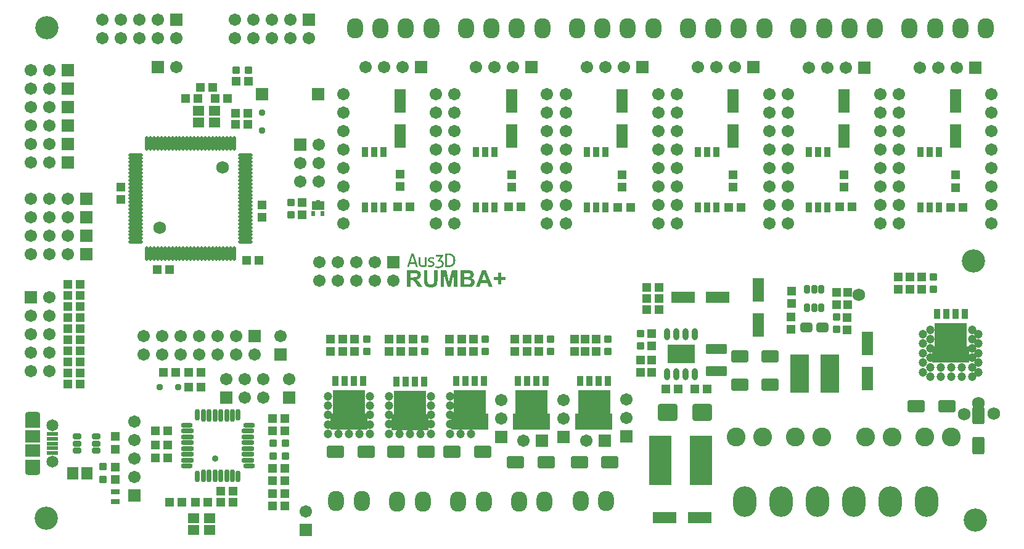
<source format=gts>
G04 Layer_Color=8388736*
%FSLAX44Y44*%
%MOMM*%
G71*
G01*
G75*
%ADD102R,3.8032X2.6132*%
%ADD103O,0.8032X1.6532*%
%ADD104R,1.2032X1.3032*%
G04:AMPARAMS|DCode=105|XSize=1.0032mm|YSize=1.0032mm|CornerRadius=0.2016mm|HoleSize=0mm|Usage=FLASHONLY|Rotation=270.000|XOffset=0mm|YOffset=0mm|HoleType=Round|Shape=RoundedRectangle|*
%AMROUNDEDRECTD105*
21,1,1.0032,0.6000,0,0,270.0*
21,1,0.6000,1.0032,0,0,270.0*
1,1,0.4032,-0.3000,-0.3000*
1,1,0.4032,-0.3000,0.3000*
1,1,0.4032,0.3000,0.3000*
1,1,0.4032,0.3000,-0.3000*
%
%ADD105ROUNDEDRECTD105*%
%ADD106R,1.2032X0.8032*%
%ADD107R,1.3032X1.2032*%
G04:AMPARAMS|DCode=108|XSize=2.9032mm|YSize=1.3532mm|CornerRadius=0.2454mm|HoleSize=0mm|Usage=FLASHONLY|Rotation=180.000|XOffset=0mm|YOffset=0mm|HoleType=Round|Shape=RoundedRectangle|*
%AMROUNDEDRECTD108*
21,1,2.9032,0.8625,0,0,180.0*
21,1,2.4125,1.3532,0,0,180.0*
1,1,0.4907,-1.2063,0.4313*
1,1,0.4907,1.2063,0.4313*
1,1,0.4907,1.2063,-0.4313*
1,1,0.4907,-1.2063,-0.4313*
%
%ADD108ROUNDEDRECTD108*%
%ADD109R,0.6032X0.4532*%
%ADD110R,1.8032X1.3032*%
%ADD111R,0.6032X0.7032*%
G04:AMPARAMS|DCode=112|XSize=1.0032mm|YSize=1.0032mm|CornerRadius=0.2016mm|HoleSize=0mm|Usage=FLASHONLY|Rotation=180.000|XOffset=0mm|YOffset=0mm|HoleType=Round|Shape=RoundedRectangle|*
%AMROUNDEDRECTD112*
21,1,1.0032,0.6000,0,0,180.0*
21,1,0.6000,1.0032,0,0,180.0*
1,1,0.4032,-0.3000,0.3000*
1,1,0.4032,0.3000,0.3000*
1,1,0.4032,0.3000,-0.3000*
1,1,0.4032,-0.3000,-0.3000*
%
%ADD112ROUNDEDRECTD112*%
%ADD113R,2.1032X1.7032*%
%ADD114R,1.5532X0.6032*%
%ADD115R,3.0532X6.8032*%
%ADD116R,2.5532X5.3032*%
G04:AMPARAMS|DCode=117|XSize=2.7032mm|YSize=2.4032mm|CornerRadius=0.3766mm|HoleSize=0mm|Usage=FLASHONLY|Rotation=180.000|XOffset=0mm|YOffset=0mm|HoleType=Round|Shape=RoundedRectangle|*
%AMROUNDEDRECTD117*
21,1,2.7032,1.6500,0,0,180.0*
21,1,1.9500,2.4032,0,0,180.0*
1,1,0.7532,-0.9750,0.8250*
1,1,0.7532,0.9750,0.8250*
1,1,0.7532,0.9750,-0.8250*
1,1,0.7532,-0.9750,-0.8250*
%
%ADD117ROUNDEDRECTD117*%
G04:AMPARAMS|DCode=118|XSize=2.4032mm|YSize=1.7032mm|CornerRadius=0.2891mm|HoleSize=0mm|Usage=FLASHONLY|Rotation=0.000|XOffset=0mm|YOffset=0mm|HoleType=Round|Shape=RoundedRectangle|*
%AMROUNDEDRECTD118*
21,1,2.4032,1.1250,0,0,0.0*
21,1,1.8250,1.7032,0,0,0.0*
1,1,0.5782,0.9125,-0.5625*
1,1,0.5782,-0.9125,-0.5625*
1,1,0.5782,-0.9125,0.5625*
1,1,0.5782,0.9125,0.5625*
%
%ADD118ROUNDEDRECTD118*%
%ADD119R,5.2032X2.2032*%
%ADD120R,4.4032X3.4032*%
%ADD121R,0.9032X1.3532*%
%ADD122R,1.5032X1.7032*%
%ADD123R,3.2004X1.6002*%
%ADD124R,1.6002X3.2004*%
G04:AMPARAMS|DCode=125|XSize=1.4032mm|YSize=1.7032mm|CornerRadius=0.4016mm|HoleSize=0mm|Usage=FLASHONLY|Rotation=270.000|XOffset=0mm|YOffset=0mm|HoleType=Round|Shape=RoundedRectangle|*
%AMROUNDEDRECTD125*
21,1,1.4032,0.9000,0,0,270.0*
21,1,0.6000,1.7032,0,0,270.0*
1,1,0.8032,-0.4500,-0.3000*
1,1,0.8032,-0.4500,0.3000*
1,1,0.8032,0.4500,0.3000*
1,1,0.8032,0.4500,-0.3000*
%
%ADD125ROUNDEDRECTD125*%
%ADD126R,0.9652X1.4732*%
%ADD127R,1.7032X1.7032*%
%ADD128O,0.5032X2.0032*%
%ADD129O,2.0032X0.5032*%
%ADD130O,0.7032X1.6032*%
%ADD131O,0.7032X1.8032*%
%ADD132O,1.6032X0.7032*%
%ADD133O,1.8032X0.7032*%
%ADD134R,1.6032X1.4032*%
G04:AMPARAMS|DCode=135|XSize=0.8032mm|YSize=0.9032mm|CornerRadius=0.1766mm|HoleSize=0mm|Usage=FLASHONLY|Rotation=270.000|XOffset=0mm|YOffset=0mm|HoleType=Round|Shape=RoundedRectangle|*
%AMROUNDEDRECTD135*
21,1,0.8032,0.5500,0,0,270.0*
21,1,0.4500,0.9032,0,0,270.0*
1,1,0.3532,-0.2750,-0.2250*
1,1,0.3532,-0.2750,0.2250*
1,1,0.3532,0.2750,0.2250*
1,1,0.3532,0.2750,-0.2250*
%
%ADD135ROUNDEDRECTD135*%
G04:AMPARAMS|DCode=136|XSize=0.8032mm|YSize=0.9032mm|CornerRadius=0.1766mm|HoleSize=0mm|Usage=FLASHONLY|Rotation=180.000|XOffset=0mm|YOffset=0mm|HoleType=Round|Shape=RoundedRectangle|*
%AMROUNDEDRECTD136*
21,1,0.8032,0.5500,0,0,180.0*
21,1,0.4500,0.9032,0,0,180.0*
1,1,0.3532,-0.2250,0.2750*
1,1,0.3532,0.2250,0.2750*
1,1,0.3532,0.2250,-0.2750*
1,1,0.3532,-0.2250,-0.2750*
%
%ADD136ROUNDEDRECTD136*%
G04:AMPARAMS|DCode=137|XSize=2.4032mm|YSize=1.7032mm|CornerRadius=0.2891mm|HoleSize=0mm|Usage=FLASHONLY|Rotation=270.000|XOffset=0mm|YOffset=0mm|HoleType=Round|Shape=RoundedRectangle|*
%AMROUNDEDRECTD137*
21,1,2.4032,1.1250,0,0,270.0*
21,1,1.8250,1.7032,0,0,270.0*
1,1,0.5782,-0.5625,-0.9125*
1,1,0.5782,-0.5625,0.9125*
1,1,0.5782,0.5625,0.9125*
1,1,0.5782,0.5625,-0.9125*
%
%ADD137ROUNDEDRECTD137*%
G04:AMPARAMS|DCode=138|XSize=0.8032mm|YSize=1.2032mm|CornerRadius=0.1766mm|HoleSize=0mm|Usage=FLASHONLY|Rotation=180.000|XOffset=0mm|YOffset=0mm|HoleType=Round|Shape=RoundedRectangle|*
%AMROUNDEDRECTD138*
21,1,0.8032,0.8500,0,0,180.0*
21,1,0.4500,1.2032,0,0,180.0*
1,1,0.3532,-0.2250,0.4250*
1,1,0.3532,0.2250,0.4250*
1,1,0.3532,0.2250,-0.4250*
1,1,0.3532,-0.2250,-0.4250*
%
%ADD138ROUNDEDRECTD138*%
G04:AMPARAMS|DCode=139|XSize=0.8032mm|YSize=1.2032mm|CornerRadius=0.1766mm|HoleSize=0mm|Usage=FLASHONLY|Rotation=270.000|XOffset=0mm|YOffset=0mm|HoleType=Round|Shape=RoundedRectangle|*
%AMROUNDEDRECTD139*
21,1,0.8032,0.8500,0,0,270.0*
21,1,0.4500,1.2032,0,0,270.0*
1,1,0.3532,-0.4250,-0.2250*
1,1,0.3532,-0.4250,0.2250*
1,1,0.3532,0.4250,0.2250*
1,1,0.3532,0.4250,-0.2250*
%
%ADD139ROUNDEDRECTD139*%
%ADD140C,1.7032*%
%ADD141R,1.7032X1.7032*%
G04:AMPARAMS|DCode=142|XSize=1.7032mm|YSize=2.1032mm|CornerRadius=0.4766mm|HoleSize=0mm|Usage=FLASHONLY|Rotation=270.000|XOffset=0mm|YOffset=0mm|HoleType=Round|Shape=RoundedRectangle|*
%AMROUNDEDRECTD142*
21,1,1.7032,1.1500,0,0,270.0*
21,1,0.7500,2.1032,0,0,270.0*
1,1,0.9532,-0.5750,-0.3750*
1,1,0.9532,-0.5750,0.3750*
1,1,0.9532,0.5750,0.3750*
1,1,0.9532,0.5750,-0.3750*
%
%ADD142ROUNDEDRECTD142*%
%ADD143C,1.6532*%
%ADD144C,1.7128*%
%ADD145C,3.2032*%
%ADD146O,2.2032X2.8032*%
%ADD147C,1.2032*%
%ADD148C,1.7272*%
%ADD149O,3.2032X4.2032*%
%ADD150C,2.6032*%
%ADD151C,0.9032*%
G36*
X699930Y356390D02*
X694860D01*
X692820Y361640D01*
X683611D01*
X681691Y356390D01*
X676772D01*
X685741Y379458D01*
X690721D01*
X699930Y356390D01*
D02*
G37*
G36*
X639494Y402537D02*
X639704Y402526D01*
X639949Y402514D01*
X640217Y402502D01*
X640508Y402479D01*
X640823Y402444D01*
X641161Y402397D01*
X641499Y402351D01*
X641861Y402292D01*
X642210Y402223D01*
X642572Y402141D01*
X642922Y402048D01*
X643260Y401943D01*
X643283Y401931D01*
X643341Y401919D01*
X643435Y401884D01*
X643551Y401826D01*
X643703Y401768D01*
X643889Y401686D01*
X644076Y401605D01*
X644297Y401500D01*
X644519Y401371D01*
X644764Y401243D01*
X645008Y401092D01*
X645253Y400928D01*
X645510Y400754D01*
X645754Y400567D01*
X645988Y400357D01*
X646221Y400136D01*
X646233Y400124D01*
X646267Y400077D01*
X646338Y400007D01*
X646419Y399914D01*
X646512Y399798D01*
X646629Y399658D01*
X646746Y399494D01*
X646885Y399308D01*
X647025Y399098D01*
X647177Y398876D01*
X647317Y398632D01*
X647468Y398375D01*
X647608Y398095D01*
X647748Y397804D01*
X647876Y397501D01*
X647993Y397186D01*
X648005Y397163D01*
X648016Y397104D01*
X648051Y397011D01*
X648086Y396883D01*
X648133Y396720D01*
X648179Y396521D01*
X648238Y396288D01*
X648296Y396032D01*
X648343Y395752D01*
X648401Y395449D01*
X648448Y395111D01*
X648494Y394761D01*
X648529Y394388D01*
X648564Y394003D01*
X648576Y393595D01*
X648588Y393175D01*
Y393164D01*
Y393152D01*
Y393117D01*
Y393070D01*
Y393012D01*
Y392942D01*
X648576Y392779D01*
X648564Y392569D01*
X648553Y392336D01*
X648541Y392068D01*
X648518Y391776D01*
X648483Y391462D01*
X648436Y391124D01*
X648389Y390785D01*
X648331Y390436D01*
X648261Y390086D01*
X648179Y389736D01*
X648086Y389386D01*
X647981Y389048D01*
X647970Y389025D01*
X647958Y388967D01*
X647923Y388873D01*
X647865Y388757D01*
X647806Y388605D01*
X647725Y388430D01*
X647632Y388232D01*
X647527Y388022D01*
X647410Y387801D01*
X647270Y387568D01*
X647119Y387323D01*
X646955Y387078D01*
X646780Y386833D01*
X646594Y386600D01*
X646384Y386367D01*
X646163Y386145D01*
X646151Y386134D01*
X646104Y386099D01*
X646046Y386040D01*
X645953Y385959D01*
X645836Y385866D01*
X645696Y385749D01*
X645533Y385632D01*
X645347Y385492D01*
X645137Y385364D01*
X644915Y385213D01*
X644670Y385073D01*
X644402Y384933D01*
X644122Y384793D01*
X643819Y384653D01*
X643504Y384536D01*
X643178Y384420D01*
X643155Y384408D01*
X643096Y384397D01*
X642991Y384373D01*
X642863Y384327D01*
X642688Y384292D01*
X642478Y384245D01*
X642245Y384187D01*
X641977Y384140D01*
X641686Y384082D01*
X641359Y384035D01*
X641021Y383977D01*
X640648Y383942D01*
X640263Y383907D01*
X639855Y383872D01*
X639436Y383860D01*
X638993Y383848D01*
X638246D01*
X638036Y383860D01*
X637710D01*
X637593Y383872D01*
X637442Y383884D01*
X637267Y383895D01*
X637069Y383907D01*
X636859Y383918D01*
X636649Y383942D01*
X636591D01*
X636556Y383954D01*
X636439Y383965D01*
X636299Y383977D01*
X636136Y383988D01*
X635950Y384000D01*
X635577Y384035D01*
X635553D01*
X635495Y384047D01*
X635390Y384058D01*
X635274Y384070D01*
X635122Y384082D01*
X634970Y384105D01*
X634644Y384152D01*
Y384163D01*
Y384187D01*
Y384222D01*
Y384268D01*
Y384338D01*
Y384420D01*
Y384501D01*
Y384606D01*
Y384840D01*
Y385119D01*
Y385422D01*
Y385760D01*
Y386122D01*
Y386507D01*
Y386903D01*
Y387299D01*
Y388116D01*
Y388512D01*
Y388897D01*
Y388908D01*
Y388920D01*
Y388990D01*
Y389095D01*
Y389235D01*
Y389421D01*
Y389619D01*
Y389853D01*
Y390109D01*
Y390377D01*
Y390657D01*
Y391252D01*
Y391846D01*
Y392150D01*
Y392429D01*
Y392441D01*
Y392476D01*
Y392546D01*
Y392627D01*
Y392732D01*
Y392849D01*
Y392977D01*
Y393129D01*
Y393444D01*
Y393782D01*
Y394143D01*
Y394481D01*
Y394493D01*
Y394516D01*
Y394563D01*
Y394633D01*
Y394703D01*
Y394796D01*
Y395006D01*
Y395251D01*
Y395507D01*
Y395764D01*
Y396020D01*
Y396043D01*
Y396090D01*
Y396172D01*
Y396277D01*
Y396393D01*
Y396521D01*
Y396778D01*
Y396790D01*
Y396836D01*
Y396894D01*
Y396976D01*
Y397069D01*
Y397163D01*
Y397373D01*
Y397384D01*
Y397419D01*
Y397477D01*
Y397536D01*
Y397699D01*
Y397862D01*
Y397874D01*
Y397897D01*
Y397944D01*
Y397990D01*
Y398119D01*
Y398259D01*
Y398270D01*
Y398282D01*
Y398352D01*
Y398457D01*
Y398597D01*
Y398748D01*
Y398911D01*
Y399075D01*
Y399238D01*
Y399261D01*
Y399319D01*
Y399413D01*
Y399553D01*
Y399728D01*
Y399937D01*
Y400182D01*
Y400474D01*
Y400485D01*
Y400532D01*
Y400602D01*
Y400695D01*
Y400812D01*
Y400952D01*
Y401092D01*
Y401255D01*
Y401278D01*
Y401336D01*
Y401418D01*
Y401546D01*
Y401698D01*
Y401873D01*
Y402071D01*
Y402281D01*
X634784D01*
X634842Y402292D01*
X634935Y402304D01*
X635052Y402316D01*
X635204Y402327D01*
X635355Y402339D01*
X635693Y402374D01*
X635717D01*
X635775Y402386D01*
X635868Y402397D01*
X635985Y402409D01*
X636136Y402421D01*
X636311Y402432D01*
X636509Y402456D01*
X636719Y402467D01*
X636777D01*
X636824Y402479D01*
X636941D01*
X637104Y402491D01*
X637279Y402502D01*
X637489Y402514D01*
X637710Y402526D01*
X637932Y402537D01*
X638142D01*
X638293Y402549D01*
X639331D01*
X639494Y402537D01*
D02*
G37*
G36*
X711449Y369829D02*
X717508D01*
Y365689D01*
X711449D01*
Y359720D01*
X707429D01*
Y365689D01*
X701400D01*
Y369829D01*
X707429D01*
Y375798D01*
X711449D01*
Y369829D01*
D02*
G37*
G36*
X651184Y356390D02*
X646864D01*
X646834Y374539D01*
X642275Y356390D01*
X637775D01*
X633246Y374539D01*
Y356390D01*
X628926D01*
Y379458D01*
X635885D01*
X640055Y363710D01*
X644195Y379458D01*
X651184D01*
Y356390D01*
D02*
G37*
G36*
X624096Y367309D02*
Y367249D01*
Y367129D01*
Y366919D01*
Y366649D01*
Y366289D01*
X624066Y365899D01*
Y365479D01*
X624036Y365029D01*
X624006Y364070D01*
X623946Y363080D01*
X623886Y362630D01*
X623826Y362180D01*
X623766Y361790D01*
X623706Y361430D01*
Y361400D01*
X623676Y361370D01*
Y361280D01*
X623616Y361160D01*
X623526Y360830D01*
X623377Y360440D01*
X623196Y359960D01*
X622957Y359480D01*
X622657Y359000D01*
X622296Y358520D01*
X622267Y358460D01*
X622117Y358340D01*
X621907Y358100D01*
X621577Y357860D01*
X621217Y357560D01*
X620737Y357230D01*
X620197Y356930D01*
X619597Y356660D01*
X619567D01*
X619507Y356630D01*
X619417Y356600D01*
X619297Y356540D01*
X619117Y356510D01*
X618907Y356450D01*
X618667Y356390D01*
X618397Y356330D01*
X618097Y356240D01*
X617767Y356180D01*
X617017Y356090D01*
X616147Y356000D01*
X615157Y355970D01*
X614617D01*
X614347Y356000D01*
X614017D01*
X613657Y356030D01*
X613267Y356060D01*
X612457Y356150D01*
X611618Y356300D01*
X610838Y356480D01*
X610448Y356600D01*
X610118Y356720D01*
X610088D01*
X610058Y356750D01*
X609968Y356810D01*
X609848Y356870D01*
X609518Y357020D01*
X609128Y357260D01*
X608708Y357530D01*
X608258Y357860D01*
X607808Y358250D01*
X607418Y358700D01*
X607388Y358760D01*
X607268Y358910D01*
X607088Y359150D01*
X606878Y359480D01*
X606668Y359870D01*
X606458Y360290D01*
X606278Y360770D01*
X606128Y361250D01*
Y361280D01*
X606098Y361340D01*
Y361460D01*
X606068Y361640D01*
X606038Y361850D01*
X605978Y362090D01*
X605948Y362390D01*
X605918Y362750D01*
X605858Y363140D01*
X605828Y363560D01*
X605798Y364039D01*
X605738Y364580D01*
X605708Y365149D01*
Y365779D01*
X605678Y366439D01*
Y367129D01*
Y379458D01*
X610328D01*
Y366949D01*
Y366919D01*
Y366829D01*
Y366679D01*
Y366469D01*
Y366229D01*
Y365959D01*
X610358Y365329D01*
Y364700D01*
X610388Y364039D01*
X610418Y363770D01*
Y363500D01*
X610448Y363260D01*
X610478Y363080D01*
Y363050D01*
X610508Y363020D01*
X610538Y362840D01*
X610628Y362600D01*
X610778Y362270D01*
X610957Y361910D01*
X611227Y361520D01*
X611527Y361160D01*
X611917Y360800D01*
X611977Y360770D01*
X612127Y360680D01*
X612367Y360530D01*
X612727Y360380D01*
X613177Y360230D01*
X613717Y360080D01*
X614317Y359990D01*
X615007Y359960D01*
X615337D01*
X615697Y359990D01*
X616117Y360050D01*
X616597Y360170D01*
X617107Y360290D01*
X617587Y360500D01*
X618007Y360770D01*
X618067Y360800D01*
X618157Y360920D01*
X618337Y361100D01*
X618547Y361310D01*
X618757Y361610D01*
X618967Y361940D01*
X619117Y362330D01*
X619237Y362750D01*
Y362810D01*
X619267Y362990D01*
X619297Y363110D01*
Y363260D01*
X619327Y363470D01*
X619357Y363680D01*
Y363950D01*
X619387Y364220D01*
Y364549D01*
X619417Y364910D01*
Y365299D01*
X619447Y365719D01*
Y366169D01*
Y366679D01*
Y379458D01*
X624096D01*
Y367309D01*
D02*
G37*
G36*
X590201Y402362D02*
X590434D01*
X590574Y402351D01*
X590644D01*
X590703Y402339D01*
X590819D01*
X590959Y402327D01*
X590982D01*
X591017Y402316D01*
X591064D01*
X591181Y402304D01*
X591309Y402281D01*
Y402269D01*
X591320Y402246D01*
X591332Y402211D01*
X591344Y402164D01*
X591367Y402094D01*
X591390Y402013D01*
X591426Y401931D01*
X591460Y401826D01*
X591530Y401581D01*
X591624Y401313D01*
X591717Y400998D01*
X591833Y400660D01*
X591950Y400299D01*
X592067Y399926D01*
X592195Y399529D01*
X592323Y399121D01*
X592591Y398317D01*
X592720Y397909D01*
X592848Y397524D01*
X592859Y397501D01*
X592883Y397431D01*
X592906Y397326D01*
X592953Y397186D01*
X593011Y397011D01*
X593081Y396801D01*
X593151Y396580D01*
X593232Y396323D01*
X593326Y396055D01*
X593419Y395775D01*
X593606Y395181D01*
X593804Y394586D01*
X593897Y394295D01*
X593990Y394003D01*
Y393992D01*
X594002Y393956D01*
X594025Y393887D01*
X594060Y393805D01*
X594084Y393700D01*
X594130Y393583D01*
X594177Y393455D01*
X594224Y393304D01*
X594328Y392977D01*
X594433Y392639D01*
X594550Y392278D01*
X594667Y391940D01*
Y391928D01*
X594678Y391905D01*
X594690Y391858D01*
X594713Y391788D01*
X594737Y391718D01*
X594771Y391625D01*
X594830Y391415D01*
X594911Y391170D01*
X594993Y390914D01*
X595075Y390657D01*
X595156Y390401D01*
X595168Y390377D01*
X595179Y390331D01*
X595203Y390249D01*
X595238Y390156D01*
X595273Y390039D01*
X595319Y389911D01*
X595401Y389655D01*
Y389643D01*
X595424Y389596D01*
X595448Y389538D01*
X595471Y389456D01*
X595506Y389363D01*
X595529Y389258D01*
X595599Y389048D01*
Y389037D01*
X595611Y389002D01*
X595634Y388955D01*
X595646Y388885D01*
X595704Y388733D01*
X595762Y388559D01*
Y388547D01*
X595774Y388524D01*
X595786Y388477D01*
X595809Y388430D01*
X595844Y388302D01*
X595879Y388162D01*
Y388151D01*
X595891Y388139D01*
X595914Y388069D01*
X595949Y387964D01*
X595996Y387836D01*
X596042Y387673D01*
X596101Y387509D01*
X596147Y387346D01*
X596205Y387183D01*
X596217Y387160D01*
X596229Y387101D01*
X596264Y387008D01*
X596310Y386880D01*
X596357Y386705D01*
X596427Y386495D01*
X596520Y386250D01*
X596614Y385959D01*
Y385947D01*
X596637Y385900D01*
X596660Y385830D01*
X596684Y385726D01*
X596718Y385609D01*
X596765Y385481D01*
X596812Y385329D01*
X596858Y385166D01*
X596870Y385143D01*
X596882Y385084D01*
X596917Y384991D01*
X596952Y384874D01*
X596998Y384723D01*
X597057Y384548D01*
X597115Y384361D01*
X597185Y384152D01*
X597161D01*
X597091Y384128D01*
X596998Y384117D01*
X596870Y384093D01*
X596800D01*
X596765Y384082D01*
X596648D01*
X596509Y384070D01*
X596392D01*
X596264Y384058D01*
X596031D01*
X595914Y384047D01*
X595564D01*
X595448Y384058D01*
X595226D01*
X595110Y384070D01*
X595051D01*
X595005Y384082D01*
X594888D01*
X594771Y384093D01*
X594748D01*
X594678Y384105D01*
X594573Y384128D01*
X594468Y384152D01*
Y384163D01*
X594457Y384175D01*
X594445Y384210D01*
X594433Y384257D01*
X594398Y384373D01*
X594352Y384525D01*
X594305Y384688D01*
X594247Y384874D01*
X594189Y385061D01*
X594130Y385248D01*
Y385271D01*
X594107Y385329D01*
X594084Y385411D01*
X594049Y385527D01*
X594014Y385644D01*
X593979Y385784D01*
X593932Y385924D01*
X593885Y386052D01*
Y386064D01*
X593874Y386099D01*
X593862Y386157D01*
X593839Y386227D01*
X593792Y386378D01*
X593734Y386530D01*
Y386542D01*
X593722Y386565D01*
X593711Y386600D01*
X593699Y386658D01*
X593676Y386775D01*
X593641Y386891D01*
Y386903D01*
X593629Y386915D01*
X593617Y386985D01*
X593582Y387090D01*
X593547Y387206D01*
X593512Y387323D01*
X593477Y387439D01*
X593442Y387521D01*
Y387556D01*
X593431Y387579D01*
X593419Y387603D01*
X593407Y387649D01*
X593396Y387707D01*
X593361Y387801D01*
X593326Y387941D01*
X593302Y388022D01*
X593268Y388116D01*
X593232Y388220D01*
X593198Y388337D01*
X586307D01*
Y388325D01*
X586284Y388267D01*
X586261Y388186D01*
X586226Y388081D01*
X586191Y387929D01*
X586133Y387743D01*
X586074Y387533D01*
X586004Y387288D01*
X585923Y387008D01*
X585829Y386705D01*
X585724Y386355D01*
X585620Y385982D01*
X585503Y385574D01*
X585375Y385131D01*
X585235Y384653D01*
X585083Y384152D01*
X585060D01*
X585025Y384140D01*
X584978Y384128D01*
X584873Y384117D01*
X584745Y384093D01*
X584722D01*
X584640Y384082D01*
X584547D01*
X584430Y384070D01*
X584325D01*
X584220Y384058D01*
X583987D01*
X583882Y384047D01*
X583544D01*
X583416Y384058D01*
X583195D01*
X583066Y384070D01*
X583043D01*
X582961Y384082D01*
X582868D01*
X582752Y384093D01*
X582728D01*
X582658Y384105D01*
X582565Y384128D01*
X582460Y384152D01*
Y384163D01*
X582472Y384187D01*
X582483Y384222D01*
X582495Y384268D01*
X582518Y384338D01*
X582542Y384420D01*
X582577Y384501D01*
X582612Y384606D01*
X582682Y384840D01*
X582775Y385119D01*
X582880Y385422D01*
X582985Y385760D01*
X583101Y386122D01*
X583229Y386507D01*
X583358Y386903D01*
X583486Y387299D01*
X583754Y388116D01*
X583882Y388512D01*
X584011Y388897D01*
Y388908D01*
X584022Y388920D01*
X584046Y388990D01*
X584069Y389095D01*
X584115Y389235D01*
X584174Y389421D01*
X584244Y389619D01*
X584314Y389853D01*
X584395Y390109D01*
X584489Y390377D01*
X584582Y390657D01*
X584768Y391252D01*
X584967Y391846D01*
X585060Y392150D01*
X585153Y392429D01*
Y392441D01*
X585165Y392476D01*
X585188Y392546D01*
X585223Y392627D01*
X585246Y392732D01*
X585293Y392849D01*
X585328Y392977D01*
X585386Y393129D01*
X585480Y393444D01*
X585596Y393782D01*
X585713Y394143D01*
X585818Y394481D01*
Y394493D01*
X585829Y394516D01*
X585841Y394563D01*
X585864Y394633D01*
X585888Y394703D01*
X585923Y394796D01*
X585993Y395006D01*
X586074Y395251D01*
X586156Y395507D01*
X586237Y395764D01*
X586319Y396020D01*
X586331Y396043D01*
X586342Y396090D01*
X586366Y396172D01*
X586401Y396277D01*
X586436Y396393D01*
X586482Y396521D01*
X586564Y396778D01*
Y396790D01*
X586587Y396836D01*
X586610Y396894D01*
X586634Y396976D01*
X586669Y397069D01*
X586692Y397163D01*
X586762Y397373D01*
Y397384D01*
X586774Y397419D01*
X586797Y397477D01*
X586820Y397536D01*
X586867Y397699D01*
X586925Y397874D01*
Y397886D01*
X586937Y397909D01*
X586949Y397955D01*
X586960Y398002D01*
X587007Y398130D01*
X587053Y398259D01*
Y398270D01*
X587065Y398282D01*
X587089Y398352D01*
X587112Y398457D01*
X587158Y398597D01*
X587205Y398748D01*
X587263Y398911D01*
X587310Y399075D01*
X587368Y399238D01*
X587380Y399261D01*
X587392Y399319D01*
X587427Y399413D01*
X587473Y399553D01*
X587532Y399728D01*
X587601Y399937D01*
X587683Y400182D01*
X587776Y400474D01*
Y400485D01*
X587800Y400532D01*
X587823Y400602D01*
X587846Y400695D01*
X587881Y400812D01*
X587928Y400952D01*
X587975Y401092D01*
X588021Y401255D01*
X588033Y401278D01*
X588045Y401336D01*
X588079Y401430D01*
X588126Y401546D01*
X588173Y401698D01*
X588231Y401873D01*
X588289Y402071D01*
X588359Y402281D01*
X588383D01*
X588464Y402292D01*
X588569Y402316D01*
X588697Y402327D01*
X588767D01*
X588814Y402339D01*
X588931D01*
X589070Y402351D01*
X589140D01*
X589187Y402362D01*
X589525D01*
X589583Y402374D01*
X590073D01*
X590201Y402362D01*
D02*
G37*
G36*
X593139Y379428D02*
X593499D01*
X593889Y379398D01*
X594309Y379368D01*
X595179Y379308D01*
X596079Y379188D01*
X596499Y379128D01*
X596919Y379038D01*
X597279Y378948D01*
X597609Y378828D01*
X597639D01*
X597699Y378798D01*
X597759Y378768D01*
X597879Y378708D01*
X598209Y378558D01*
X598569Y378318D01*
X599019Y378018D01*
X599468Y377628D01*
X599888Y377148D01*
X600308Y376608D01*
Y376578D01*
X600338Y376548D01*
X600398Y376459D01*
X600458Y376339D01*
X600548Y376189D01*
X600638Y376008D01*
X600818Y375559D01*
X600998Y375019D01*
X601178Y374419D01*
X601298Y373729D01*
X601328Y372979D01*
Y372949D01*
Y372859D01*
Y372739D01*
X601298Y372559D01*
X601268Y372319D01*
X601238Y372079D01*
X601208Y371779D01*
X601148Y371479D01*
X600968Y370789D01*
X600698Y370069D01*
X600518Y369709D01*
X600308Y369349D01*
X600069Y369019D01*
X599799Y368689D01*
X599768Y368659D01*
X599739Y368629D01*
X599649Y368539D01*
X599498Y368419D01*
X599348Y368299D01*
X599169Y368149D01*
X598929Y367969D01*
X598659Y367789D01*
X598359Y367609D01*
X597999Y367429D01*
X597639Y367249D01*
X597219Y367069D01*
X596769Y366919D01*
X596289Y366769D01*
X595779Y366649D01*
X595209Y366559D01*
X595239D01*
X595269Y366529D01*
X595479Y366409D01*
X595749Y366229D01*
X596109Y365989D01*
X596499Y365689D01*
X596919Y365359D01*
X597309Y364999D01*
X597699Y364609D01*
X597759Y364549D01*
X597879Y364399D01*
X598089Y364129D01*
X598239Y363950D01*
X598419Y363740D01*
X598599Y363500D01*
X598779Y363230D01*
X599019Y362930D01*
X599258Y362600D01*
X599498Y362240D01*
X599768Y361820D01*
X600069Y361370D01*
X600368Y360890D01*
X603188Y356390D01*
X597609D01*
X594249Y361400D01*
X594219Y361430D01*
X594159Y361520D01*
X594069Y361640D01*
X593949Y361820D01*
X593799Y362060D01*
X593649Y362300D01*
X593259Y362840D01*
X592869Y363410D01*
X592449Y363979D01*
X592269Y364220D01*
X592089Y364459D01*
X591939Y364640D01*
X591789Y364790D01*
X591759Y364819D01*
X591669Y364910D01*
X591549Y365029D01*
X591369Y365179D01*
X591159Y365329D01*
X590919Y365479D01*
X590649Y365629D01*
X590379Y365749D01*
X590349D01*
X590229Y365779D01*
X590079Y365839D01*
X589809Y365899D01*
X589479Y365929D01*
X589089Y365989D01*
X588610Y366019D01*
X587110D01*
Y356390D01*
X582460D01*
Y379458D01*
X592839D01*
X593139Y379428D01*
D02*
G37*
G36*
X616386Y397361D02*
X616561D01*
X616911Y397337D01*
X616935D01*
X616993Y397326D01*
X617086Y397314D01*
X617214Y397303D01*
X617354Y397279D01*
X617517Y397256D01*
X617855Y397198D01*
X617879D01*
X617937Y397174D01*
X618030Y397163D01*
X618147Y397128D01*
X618287Y397104D01*
X618438Y397069D01*
X618742Y396988D01*
X618765D01*
X618811Y396964D01*
X618893Y396941D01*
X618998Y396918D01*
X619115Y396883D01*
X619243Y396836D01*
X619523Y396755D01*
Y396743D01*
Y396708D01*
X619511Y396661D01*
X619499Y396591D01*
X619476Y396428D01*
X619441Y396242D01*
Y396230D01*
X619429Y396195D01*
X619418Y396148D01*
X619406Y396090D01*
X619394Y396008D01*
X619371Y395927D01*
X619324Y395740D01*
Y395729D01*
X619313Y395694D01*
X619301Y395647D01*
X619290Y395589D01*
X619231Y395437D01*
X619173Y395262D01*
Y395251D01*
X619161Y395227D01*
X619138Y395181D01*
X619126Y395122D01*
X619068Y394982D01*
X618998Y394819D01*
X618986D01*
X618951Y394831D01*
X618893Y394854D01*
X618811Y394878D01*
X618718Y394912D01*
X618613Y394948D01*
X618380Y395018D01*
X618368D01*
X618322Y395029D01*
X618252Y395052D01*
X618159Y395076D01*
X618054Y395099D01*
X617937Y395134D01*
X617657Y395192D01*
X617646D01*
X617587Y395216D01*
X617517Y395227D01*
X617412Y395251D01*
X617296Y395274D01*
X617156Y395297D01*
X616865Y395344D01*
X616841D01*
X616795Y395356D01*
X616713D01*
X616608Y395367D01*
X616480Y395379D01*
X616328D01*
X616177Y395391D01*
X615850D01*
X615734Y395379D01*
X615594Y395367D01*
X615454Y395356D01*
X615139Y395309D01*
X615116D01*
X615069Y395297D01*
X614987Y395274D01*
X614883Y395239D01*
X614766Y395204D01*
X614638Y395169D01*
X614358Y395064D01*
X614346Y395052D01*
X614300Y395029D01*
X614241Y394994D01*
X614160Y394948D01*
X614078Y394878D01*
X613985Y394808D01*
X613903Y394714D01*
X613822Y394609D01*
X613810Y394598D01*
X613798Y394563D01*
X613763Y394493D01*
X613728Y394411D01*
X613693Y394306D01*
X613670Y394190D01*
X613647Y394050D01*
X613635Y393898D01*
Y393887D01*
Y393863D01*
Y393817D01*
X613647Y393770D01*
X613658Y393642D01*
X613682Y393502D01*
Y393490D01*
X613693Y393479D01*
X613717Y393397D01*
X613763Y393292D01*
X613822Y393175D01*
Y393164D01*
X613833Y393152D01*
X613880Y393082D01*
X613938Y392989D01*
X614020Y392896D01*
X614043Y392872D01*
X614101Y392814D01*
X614183Y392744D01*
X614300Y392662D01*
X614311D01*
X614323Y392651D01*
X614393Y392604D01*
X614498Y392534D01*
X614614Y392464D01*
X614626D01*
X614649Y392453D01*
X614684Y392429D01*
X614731Y392406D01*
X614848Y392359D01*
X614987Y392301D01*
X614999D01*
X615023Y392289D01*
X615057Y392278D01*
X615116Y392254D01*
X615244Y392208D01*
X615396Y392138D01*
X615407D01*
X615430Y392126D01*
X615477Y392114D01*
X615535Y392091D01*
X615675Y392044D01*
X615839Y391998D01*
X615850D01*
X615873Y391986D01*
X615920Y391975D01*
X615967Y391951D01*
X616095Y391905D01*
X616247Y391858D01*
X616398Y391800D01*
X616515Y391753D01*
X616561Y391741D01*
X616596Y391730D01*
X616620Y391718D01*
X616643D01*
X616678Y391706D01*
X616736Y391683D01*
X616830Y391660D01*
X616946Y391613D01*
X616958D01*
X616993Y391590D01*
X617051Y391578D01*
X617133Y391543D01*
X617214Y391520D01*
X617319Y391485D01*
X617529Y391403D01*
X617541D01*
X617576Y391380D01*
X617634Y391357D01*
X617704Y391322D01*
X617797Y391287D01*
X617891Y391240D01*
X618089Y391147D01*
X618100Y391135D01*
X618135Y391124D01*
X618194Y391088D01*
X618264Y391054D01*
X618427Y390949D01*
X618602Y390820D01*
X618613Y390809D01*
X618637Y390785D01*
X618683Y390750D01*
X618742Y390704D01*
X618881Y390587D01*
X619033Y390436D01*
X619045Y390424D01*
X619068Y390401D01*
X619103Y390354D01*
X619150Y390296D01*
X619254Y390156D01*
X619371Y389981D01*
X619383Y389969D01*
X619394Y389934D01*
X619429Y389888D01*
X619464Y389818D01*
X619511Y389736D01*
X619558Y389643D01*
X619663Y389433D01*
Y389421D01*
X619686Y389386D01*
X619698Y389316D01*
X619733Y389235D01*
X619756Y389142D01*
X619779Y389025D01*
X619826Y388780D01*
Y388769D01*
X619837Y388722D01*
X619849Y388640D01*
X619861Y388547D01*
X619872Y388430D01*
X619884Y388302D01*
X619896Y388162D01*
Y388011D01*
Y387987D01*
Y387929D01*
Y387836D01*
X619884Y387719D01*
X619872Y387591D01*
X619861Y387439D01*
X619803Y387113D01*
Y387090D01*
X619791Y387043D01*
X619767Y386961D01*
X619733Y386856D01*
X619698Y386728D01*
X619651Y386588D01*
X619523Y386297D01*
X619511Y386285D01*
X619488Y386239D01*
X619441Y386157D01*
X619394Y386064D01*
X619324Y385959D01*
X619243Y385842D01*
X619068Y385586D01*
X619056Y385574D01*
X619021Y385527D01*
X618963Y385469D01*
X618893Y385399D01*
X618800Y385306D01*
X618695Y385201D01*
X618567Y385096D01*
X618438Y384991D01*
X618427Y384979D01*
X618380Y384944D01*
X618310Y384898D01*
X618217Y384828D01*
X618100Y384758D01*
X617972Y384676D01*
X617821Y384595D01*
X617669Y384513D01*
X617646Y384501D01*
X617599Y384478D01*
X617517Y384443D01*
X617401Y384385D01*
X617273Y384338D01*
X617109Y384268D01*
X616946Y384210D01*
X616760Y384152D01*
X616736Y384140D01*
X616678Y384128D01*
X616573Y384105D01*
X616445Y384070D01*
X616293Y384023D01*
X616118Y383988D01*
X615920Y383954D01*
X615722Y383918D01*
X615699D01*
X615629Y383907D01*
X615524Y383895D01*
X615384Y383884D01*
X615221Y383872D01*
X615023Y383860D01*
X614813Y383848D01*
X614230D01*
X614055Y383860D01*
X613868D01*
X613460Y383884D01*
X613437D01*
X613367Y383895D01*
X613274D01*
X613145Y383918D01*
X612994Y383930D01*
X612831Y383954D01*
X612481Y384012D01*
X612458D01*
X612399Y384023D01*
X612318Y384047D01*
X612201Y384070D01*
X612061Y384093D01*
X611921Y384128D01*
X611606Y384210D01*
X611583D01*
X611536Y384222D01*
X611455Y384245D01*
X611338Y384280D01*
X611222Y384315D01*
X611082Y384350D01*
X610790Y384455D01*
Y384466D01*
Y384501D01*
X610802Y384548D01*
X610814Y384618D01*
X610825Y384770D01*
X610860Y384956D01*
Y384968D01*
X610872Y385003D01*
X610884Y385049D01*
X610895Y385119D01*
X610919Y385201D01*
X610942Y385283D01*
X611000Y385481D01*
Y385492D01*
X611012Y385527D01*
X611035Y385574D01*
X611059Y385632D01*
X611082Y385714D01*
X611105Y385796D01*
X611175Y385982D01*
Y385994D01*
X611187Y386029D01*
X611210Y386075D01*
X611233Y386145D01*
X611257Y386215D01*
X611292Y386309D01*
X611362Y386495D01*
X611373Y386483D01*
X611420Y386472D01*
X611490Y386448D01*
X611583Y386413D01*
X611688Y386367D01*
X611816Y386332D01*
X612085Y386239D01*
X612096D01*
X612155Y386227D01*
X612224Y386204D01*
X612318Y386180D01*
X612434Y386157D01*
X612574Y386122D01*
X612866Y386052D01*
X612889D01*
X612936Y386040D01*
X613017Y386029D01*
X613122Y386005D01*
X613250Y385994D01*
X613379Y385970D01*
X613682Y385935D01*
X613752D01*
X613833Y385924D01*
X613938D01*
X614067Y385912D01*
X614195D01*
X614498Y385900D01*
X614673D01*
X614766Y385912D01*
X614859D01*
X615057Y385924D01*
X615104D01*
X615162Y385935D01*
X615232Y385947D01*
X615314Y385959D01*
X615407Y385970D01*
X615605Y386017D01*
X615617D01*
X615652Y386029D01*
X615699Y386040D01*
X615769Y386064D01*
X615920Y386110D01*
X616095Y386180D01*
X616107D01*
X616130Y386192D01*
X616177Y386215D01*
X616235Y386239D01*
X616375Y386309D01*
X616526Y386390D01*
X616538D01*
X616561Y386413D01*
X616596Y386437D01*
X616643Y386472D01*
X616760Y386553D01*
X616876Y386670D01*
X616888Y386682D01*
X616899Y386693D01*
X616935Y386728D01*
X616969Y386775D01*
X617063Y386891D01*
X617156Y387020D01*
X617168Y387031D01*
X617179Y387055D01*
X617203Y387078D01*
X617226Y387125D01*
X617284Y387241D01*
X617342Y387393D01*
Y387404D01*
X617354Y387428D01*
Y387474D01*
X617366Y387521D01*
X617378Y387661D01*
X617389Y387824D01*
Y387836D01*
Y387871D01*
Y387917D01*
Y387987D01*
X617378Y388139D01*
X617354Y388302D01*
Y388314D01*
X617342Y388337D01*
X617331Y388372D01*
X617319Y388430D01*
X617273Y388547D01*
X617203Y388663D01*
Y388675D01*
X617191Y388687D01*
X617144Y388769D01*
X617074Y388862D01*
X616981Y388967D01*
Y388978D01*
X616958Y388990D01*
X616899Y389048D01*
X616818Y389130D01*
X616701Y389223D01*
X616690D01*
X616678Y389246D01*
X616643Y389258D01*
X616596Y389293D01*
X616480Y389351D01*
X616352Y389433D01*
X616340D01*
X616328Y389445D01*
X616293Y389468D01*
X616247Y389491D01*
X616130Y389550D01*
X615979Y389619D01*
X615967D01*
X615943Y389631D01*
X615897Y389655D01*
X615850Y389666D01*
X615710Y389713D01*
X615547Y389771D01*
X615535D01*
X615512Y389783D01*
X615466Y389806D01*
X615396Y389818D01*
X615244Y389864D01*
X615069Y389923D01*
X615057D01*
X615046Y389934D01*
X614964Y389958D01*
X614859Y390004D01*
X614743Y390039D01*
X614626Y390086D01*
X614533Y390121D01*
X614486Y390144D01*
X614463D01*
X614451Y390156D01*
X614428Y390168D01*
X614405Y390179D01*
X614358Y390191D01*
X614276Y390226D01*
X614183Y390261D01*
X614171D01*
X614148Y390272D01*
X614101Y390296D01*
X614055Y390307D01*
X613985Y390342D01*
X613903Y390377D01*
X613717Y390447D01*
X613495Y390541D01*
X613262Y390657D01*
X613029Y390774D01*
X612796Y390902D01*
X612784D01*
X612772Y390914D01*
X612702Y390960D01*
X612598Y391030D01*
X612458Y391124D01*
X612306Y391228D01*
X612155Y391345D01*
X611991Y391473D01*
X611851Y391613D01*
X611840Y391637D01*
X611793Y391683D01*
X611723Y391765D01*
X611642Y391870D01*
X611548Y391998D01*
X611455Y392150D01*
X611373Y392324D01*
X611292Y392511D01*
Y392523D01*
X611280Y392534D01*
X611268Y392604D01*
X611233Y392697D01*
X611210Y392837D01*
X611175Y393012D01*
X611140Y393199D01*
X611129Y393409D01*
X611117Y393642D01*
Y393653D01*
Y393677D01*
Y393723D01*
Y393793D01*
X611129Y393863D01*
Y393956D01*
X611152Y394155D01*
X611187Y394400D01*
X611245Y394656D01*
X611315Y394924D01*
X611420Y395181D01*
Y395192D01*
X611432Y395216D01*
X611455Y395251D01*
X611478Y395297D01*
X611548Y395425D01*
X611653Y395589D01*
X611781Y395775D01*
X611933Y395974D01*
X612119Y396172D01*
X612341Y396370D01*
X612353Y396381D01*
X612364Y396393D01*
X612399Y396417D01*
X612458Y396451D01*
X612516Y396498D01*
X612586Y396545D01*
X612761Y396650D01*
X612982Y396778D01*
X613239Y396906D01*
X613530Y397023D01*
X613857Y397128D01*
X613868D01*
X613903Y397139D01*
X613950Y397151D01*
X614020Y397163D01*
X614101Y397186D01*
X614206Y397209D01*
X614323Y397233D01*
X614451Y397256D01*
X614603Y397268D01*
X614754Y397291D01*
X614929Y397314D01*
X615116Y397337D01*
X615500Y397361D01*
X615932Y397373D01*
X616247D01*
X616386Y397361D01*
D02*
G37*
G36*
X666603Y379428D02*
X667263Y379398D01*
X667953Y379368D01*
X668583Y379308D01*
X668883Y379248D01*
X669153Y379218D01*
X669212D01*
X669392Y379158D01*
X669632Y379098D01*
X669962Y379008D01*
X670322Y378888D01*
X670742Y378708D01*
X671162Y378498D01*
X671552Y378258D01*
X671612Y378228D01*
X671732Y378138D01*
X671912Y377958D01*
X672182Y377748D01*
X672452Y377478D01*
X672752Y377148D01*
X673052Y376758D01*
X673322Y376339D01*
X673352Y376278D01*
X673442Y376129D01*
X673562Y375888D01*
X673682Y375559D01*
X673802Y375139D01*
X673922Y374689D01*
X674012Y374179D01*
X674042Y373639D01*
Y373609D01*
Y373579D01*
Y373489D01*
Y373369D01*
X674012Y373069D01*
X673922Y372649D01*
X673832Y372199D01*
X673682Y371689D01*
X673472Y371179D01*
X673172Y370669D01*
X673142Y370609D01*
X673022Y370459D01*
X672812Y370219D01*
X672542Y369919D01*
X672212Y369589D01*
X671792Y369229D01*
X671342Y368929D01*
X670802Y368629D01*
X670832D01*
X670892Y368599D01*
X671012Y368569D01*
X671162Y368509D01*
X671312Y368449D01*
X671522Y368359D01*
X672002Y368119D01*
X672512Y367849D01*
X673052Y367489D01*
X673562Y367039D01*
X674042Y366529D01*
Y366499D01*
X674102Y366469D01*
X674162Y366379D01*
X674222Y366259D01*
X674402Y365959D01*
X674612Y365539D01*
X674822Y365029D01*
X675002Y364430D01*
X675122Y363770D01*
X675182Y363050D01*
Y363020D01*
Y362990D01*
Y362900D01*
Y362780D01*
X675152Y362480D01*
X675092Y362090D01*
X675002Y361610D01*
X674852Y361100D01*
X674672Y360560D01*
X674432Y359990D01*
Y359960D01*
X674402Y359930D01*
X674312Y359750D01*
X674132Y359480D01*
X673922Y359150D01*
X673622Y358760D01*
X673292Y358370D01*
X672872Y357980D01*
X672422Y357620D01*
X672362Y357590D01*
X672212Y357470D01*
X671912Y357320D01*
X671552Y357170D01*
X671102Y356960D01*
X670562Y356810D01*
X669962Y356660D01*
X669303Y356540D01*
X669183D01*
X669062Y356510D01*
X668702D01*
X668463Y356480D01*
X668163D01*
X667833Y356450D01*
X666963D01*
X666453Y356420D01*
X665223D01*
X664503Y356390D01*
X655864D01*
Y379458D01*
X666003D01*
X666603Y379428D01*
D02*
G37*
G36*
X632091Y400392D02*
X632126Y400334D01*
X632184Y400241D01*
X632266Y400112D01*
Y400101D01*
X632242Y400089D01*
X632231Y400054D01*
X632196Y400007D01*
X632149Y399937D01*
X632102Y399868D01*
X632044Y399774D01*
X631974Y399681D01*
X631904Y399564D01*
X631811Y399424D01*
X631718Y399285D01*
X631613Y399133D01*
X631508Y398958D01*
X631380Y398772D01*
X631251Y398573D01*
X631111Y398363D01*
X630960Y398142D01*
X630808Y397897D01*
X630645Y397652D01*
X630470Y397384D01*
X630284Y397104D01*
X630085Y396813D01*
X629887Y396498D01*
X629677Y396183D01*
X629456Y395845D01*
X629223Y395495D01*
X628989Y395134D01*
X628745Y394761D01*
X628488Y394376D01*
X628220Y393980D01*
X627940Y393560D01*
X627660Y393129D01*
X627672D01*
X627695Y393140D01*
X627754Y393152D01*
X628255D01*
X628406Y393140D01*
X628581Y393129D01*
X628768Y393106D01*
X629153Y393047D01*
X629176D01*
X629246Y393024D01*
X629339Y393000D01*
X629468Y392966D01*
X629607Y392931D01*
X629771Y392872D01*
X630109Y392744D01*
X630132Y392732D01*
X630179Y392709D01*
X630260Y392662D01*
X630365Y392604D01*
X630493Y392534D01*
X630622Y392453D01*
X630890Y392266D01*
X630901Y392254D01*
X630948Y392219D01*
X631018Y392161D01*
X631111Y392080D01*
X631205Y391998D01*
X631310Y391893D01*
X631531Y391648D01*
X631543Y391637D01*
X631578Y391590D01*
X631636Y391532D01*
X631694Y391438D01*
X631776Y391345D01*
X631857Y391217D01*
X631939Y391088D01*
X632021Y390949D01*
X632032Y390937D01*
X632056Y390879D01*
X632091Y390809D01*
X632149Y390715D01*
X632207Y390599D01*
X632266Y390459D01*
X632382Y390168D01*
X632394Y390144D01*
X632405Y390098D01*
X632429Y390016D01*
X632464Y389911D01*
X632499Y389794D01*
X632534Y389655D01*
X632592Y389351D01*
Y389340D01*
X632604Y389281D01*
X632615Y389200D01*
X632627Y389107D01*
X632639Y388978D01*
X632650Y388850D01*
X632662Y388547D01*
Y388535D01*
Y388512D01*
Y388465D01*
Y388407D01*
Y388337D01*
X632650Y388256D01*
Y388057D01*
X632627Y387824D01*
X632604Y387568D01*
X632569Y387311D01*
X632522Y387043D01*
Y387031D01*
X632510Y387008D01*
Y386973D01*
X632499Y386926D01*
X632475Y386868D01*
X632464Y386786D01*
X632417Y386623D01*
X632347Y386425D01*
X632277Y386204D01*
X632196Y385970D01*
X632091Y385749D01*
Y385737D01*
X632079Y385726D01*
X632067Y385691D01*
X632044Y385656D01*
X631974Y385539D01*
X631904Y385399D01*
X631799Y385236D01*
X631694Y385049D01*
X631566Y384863D01*
X631438Y384676D01*
X631426Y384653D01*
X631368Y384595D01*
X631286Y384501D01*
X631181Y384385D01*
X631053Y384257D01*
X630913Y384117D01*
X630750Y383965D01*
X630575Y383814D01*
X630552Y383802D01*
X630493Y383744D01*
X630388Y383674D01*
X630260Y383580D01*
X630097Y383475D01*
X629922Y383359D01*
X629724Y383242D01*
X629526Y383137D01*
X629514D01*
X629502Y383126D01*
X629468Y383114D01*
X629432Y383091D01*
X629316Y383044D01*
X629164Y382974D01*
X628978Y382904D01*
X628768Y382823D01*
X628546Y382741D01*
X628313Y382671D01*
X628302D01*
X628290Y382659D01*
X628255D01*
X628208Y382648D01*
X628080Y382613D01*
X627905Y382566D01*
X627707Y382531D01*
X627486Y382485D01*
X627241Y382438D01*
X626984Y382391D01*
X626949D01*
X626914Y382380D01*
X626868D01*
X626798Y382368D01*
X626728D01*
X626553Y382356D01*
X626343Y382333D01*
X626098Y382321D01*
X625842Y382310D01*
X625340D01*
X625189Y382321D01*
X625002D01*
X624792Y382333D01*
X624571Y382345D01*
X624349Y382356D01*
X624326D01*
X624291Y382368D01*
X624244D01*
X624128Y382380D01*
X623988Y382403D01*
X623813Y382415D01*
X623615Y382449D01*
X623207Y382508D01*
X623184D01*
X623114Y382531D01*
X622997Y382554D01*
X622857Y382578D01*
X622682Y382613D01*
X622496Y382659D01*
X622099Y382764D01*
X622088D01*
X622076Y382776D01*
X622006Y382799D01*
X621889Y382823D01*
X621749Y382869D01*
X621586Y382928D01*
X621400Y382986D01*
X621003Y383137D01*
Y383149D01*
X621015Y383184D01*
Y383242D01*
X621027Y383312D01*
X621050Y383394D01*
X621062Y383487D01*
X621108Y383685D01*
Y383697D01*
X621120Y383732D01*
X621143Y383790D01*
X621167Y383860D01*
X621190Y383942D01*
X621225Y384035D01*
X621295Y384222D01*
Y384233D01*
X621318Y384268D01*
X621330Y384315D01*
X621365Y384385D01*
X621400Y384466D01*
X621435Y384560D01*
X621516Y384746D01*
X621528Y384758D01*
X621540Y384793D01*
X621563Y384840D01*
X621598Y384910D01*
X621633Y384979D01*
X621679Y385073D01*
X621785Y385259D01*
X621808Y385248D01*
X621854Y385236D01*
X621936Y385201D01*
X622041Y385166D01*
X622169Y385119D01*
X622309Y385073D01*
X622612Y384968D01*
X622635D01*
X622682Y384944D01*
X622764Y384921D01*
X622880Y384886D01*
X623009Y384851D01*
X623148Y384816D01*
X623475Y384723D01*
X623498D01*
X623557Y384711D01*
X623638Y384688D01*
X623755Y384665D01*
X623906Y384641D01*
X624058Y384618D01*
X624233Y384595D01*
X624419Y384571D01*
X624443D01*
X624513Y384560D01*
X624606D01*
X624746Y384548D01*
X624909Y384536D01*
X625084D01*
X625282Y384525D01*
X625667D01*
X625795Y384536D01*
X625935D01*
X626098Y384548D01*
X626425Y384571D01*
X626448D01*
X626506Y384583D01*
X626588Y384595D01*
X626704Y384618D01*
X626833Y384630D01*
X626984Y384665D01*
X627299Y384723D01*
X627322D01*
X627369Y384746D01*
X627450Y384770D01*
X627556Y384804D01*
X627684Y384840D01*
X627812Y384886D01*
X628080Y384991D01*
X628092Y385003D01*
X628138Y385026D01*
X628220Y385061D01*
X628302Y385108D01*
X628406Y385154D01*
X628523Y385224D01*
X628756Y385387D01*
X628768Y385399D01*
X628815Y385422D01*
X628873Y385469D01*
X628943Y385539D01*
X629036Y385609D01*
X629129Y385702D01*
X629316Y385912D01*
X629328Y385924D01*
X629362Y385959D01*
X629409Y386029D01*
X629468Y386099D01*
X629526Y386204D01*
X629607Y386309D01*
X629677Y386437D01*
X629747Y386565D01*
X629759Y386577D01*
X629782Y386623D01*
X629806Y386693D01*
X629852Y386798D01*
X629899Y386915D01*
X629934Y387043D01*
X629981Y387195D01*
X630015Y387346D01*
Y387369D01*
X630027Y387428D01*
X630050Y387509D01*
X630074Y387638D01*
X630085Y387777D01*
X630109Y387941D01*
X630120Y388127D01*
Y388314D01*
Y388325D01*
Y388349D01*
Y388395D01*
Y388442D01*
X630109Y388512D01*
Y388594D01*
X630085Y388780D01*
X630050Y388990D01*
X630004Y389223D01*
X629945Y389456D01*
X629852Y389678D01*
Y389689D01*
X629841Y389701D01*
X629806Y389771D01*
X629747Y389888D01*
X629666Y390016D01*
X629549Y390168D01*
X629421Y390331D01*
X629269Y390482D01*
X629083Y390634D01*
X629059Y390645D01*
X628989Y390692D01*
X628873Y390762D01*
X628733Y390844D01*
X628558Y390937D01*
X628348Y391030D01*
X628127Y391124D01*
X627882Y391205D01*
X627870D01*
X627847Y391217D01*
X627812Y391228D01*
X627765Y391240D01*
X627695Y391252D01*
X627625Y391263D01*
X627439Y391298D01*
X627217Y391333D01*
X626961Y391368D01*
X626681Y391380D01*
X626378Y391392D01*
X626051D01*
X625865Y391380D01*
X625772D01*
X625702Y391368D01*
X625550D01*
X625364Y391357D01*
X625317D01*
X625270Y391345D01*
X625200D01*
X625119Y391333D01*
X625037Y391322D01*
X624839Y391287D01*
X624827D01*
X624792Y391275D01*
X624746D01*
X624676Y391263D01*
X624524Y391228D01*
X624338Y391194D01*
X624326Y391205D01*
X624314Y391228D01*
X624291Y391275D01*
X624256Y391322D01*
X624233Y391368D01*
X624209Y391403D01*
X624186Y391427D01*
Y391438D01*
Y391450D01*
X624163Y391473D01*
X624128Y391532D01*
Y391543D01*
X624140Y391555D01*
X624163Y391590D01*
X624198Y391637D01*
X624233Y391695D01*
X624279Y391765D01*
X624326Y391846D01*
X624396Y391951D01*
X624466Y392056D01*
X624536Y392184D01*
X624629Y392313D01*
X624722Y392464D01*
X624827Y392627D01*
X624932Y392802D01*
X625061Y392989D01*
X625189Y393187D01*
X625317Y393409D01*
X625469Y393630D01*
X625620Y393875D01*
X625772Y394120D01*
X625947Y394388D01*
X626121Y394668D01*
X626308Y394959D01*
X626494Y395262D01*
X626704Y395577D01*
X626914Y395915D01*
X627124Y396253D01*
X627357Y396615D01*
X627590Y396976D01*
X627824Y397361D01*
X628080Y397757D01*
X628337Y398165D01*
X621866D01*
Y398177D01*
X621854Y398212D01*
X621843Y398259D01*
X621831Y398329D01*
X621819Y398399D01*
X621808Y398492D01*
X621785Y398678D01*
Y398690D01*
Y398725D01*
X621773Y398783D01*
Y398853D01*
Y398946D01*
X621761Y399040D01*
Y399249D01*
Y399261D01*
Y399273D01*
Y399343D01*
Y399424D01*
Y399529D01*
Y399541D01*
Y399553D01*
X621773Y399623D01*
Y399716D01*
X621785Y399832D01*
Y399844D01*
Y399856D01*
X621796Y399926D01*
Y400019D01*
X621808Y400124D01*
Y400136D01*
X621819Y400147D01*
X621831Y400217D01*
X621843Y400311D01*
X621866Y400404D01*
X632079D01*
X632091Y400392D01*
D02*
G37*
G36*
X607876Y397174D02*
X607981Y397163D01*
X608179D01*
X608296Y397151D01*
X608354D01*
X608400Y397139D01*
X608505D01*
X608622Y397128D01*
X608645D01*
X608715Y397116D01*
X608808Y397104D01*
X608913Y397081D01*
Y397058D01*
Y396999D01*
Y396894D01*
Y396766D01*
Y396603D01*
Y396405D01*
Y396195D01*
Y395962D01*
Y395717D01*
Y395449D01*
Y394901D01*
Y394341D01*
Y393793D01*
Y393782D01*
Y393735D01*
Y393653D01*
Y393560D01*
Y393444D01*
Y393292D01*
Y393140D01*
Y392966D01*
Y392779D01*
Y392593D01*
Y392184D01*
Y391776D01*
Y391380D01*
Y391368D01*
Y391345D01*
Y391298D01*
Y391240D01*
Y391170D01*
Y391088D01*
Y390890D01*
Y390669D01*
Y390424D01*
Y390179D01*
Y389934D01*
Y389923D01*
Y389911D01*
Y389876D01*
Y389829D01*
Y389725D01*
Y389573D01*
Y389410D01*
Y389235D01*
Y389048D01*
Y388873D01*
Y388862D01*
Y388827D01*
Y388769D01*
Y388710D01*
Y388535D01*
Y388360D01*
Y388349D01*
Y388325D01*
Y388279D01*
Y388220D01*
Y388081D01*
Y387941D01*
Y387929D01*
Y387906D01*
Y387871D01*
Y387824D01*
Y387719D01*
Y387603D01*
Y387591D01*
Y387579D01*
Y387521D01*
Y387428D01*
Y387323D01*
Y387311D01*
Y387265D01*
Y387183D01*
Y387101D01*
Y386996D01*
Y386880D01*
Y386658D01*
Y386647D01*
Y386600D01*
Y386542D01*
Y386437D01*
Y386320D01*
Y386169D01*
Y385994D01*
Y385796D01*
Y385784D01*
Y385760D01*
Y385702D01*
Y385644D01*
Y385562D01*
Y385469D01*
Y385259D01*
Y385248D01*
Y385201D01*
Y385143D01*
Y385049D01*
Y384944D01*
Y384828D01*
Y384688D01*
Y384548D01*
X608890D01*
X608832Y384525D01*
X608750Y384501D01*
X608634Y384478D01*
X608482Y384443D01*
X608319Y384397D01*
X608144Y384350D01*
X607957Y384303D01*
X607934D01*
X607864Y384280D01*
X607759Y384257D01*
X607608Y384233D01*
X607444Y384198D01*
X607246Y384152D01*
X607036Y384117D01*
X606803Y384070D01*
X606780D01*
X606745Y384058D01*
X606698D01*
X606582Y384035D01*
X606418Y384012D01*
X606232Y383977D01*
X606022Y383954D01*
X605801Y383918D01*
X605567Y383895D01*
X605509D01*
X605462Y383884D01*
X605334D01*
X605171Y383872D01*
X604973Y383860D01*
X604763D01*
X604530Y383848D01*
X604063D01*
X603900Y383860D01*
X603714D01*
X603515Y383872D01*
X603294Y383884D01*
X603072Y383895D01*
X603049D01*
X603014Y383907D01*
X602979D01*
X602863Y383918D01*
X602723Y383942D01*
X602548Y383965D01*
X602350Y383988D01*
X602151Y384023D01*
X601941Y384058D01*
X601918D01*
X601848Y384082D01*
X601743Y384105D01*
X601615Y384140D01*
X601452Y384187D01*
X601277Y384245D01*
X600904Y384385D01*
X600881Y384397D01*
X600822Y384420D01*
X600729Y384478D01*
X600612Y384536D01*
X600472Y384618D01*
X600321Y384711D01*
X600169Y384816D01*
X600006Y384933D01*
X599983Y384944D01*
X599936Y384991D01*
X599855Y385061D01*
X599761Y385154D01*
X599645Y385271D01*
X599528Y385411D01*
X599400Y385562D01*
X599272Y385726D01*
X599260Y385749D01*
X599213Y385807D01*
X599155Y385900D01*
X599073Y386029D01*
X598980Y386180D01*
X598887Y386355D01*
X598794Y386565D01*
X598700Y386775D01*
Y386786D01*
X598689Y386798D01*
X598677Y386833D01*
X598666Y386880D01*
X598619Y387008D01*
X598572Y387171D01*
X598514Y387369D01*
X598456Y387603D01*
X598397Y387871D01*
X598351Y388151D01*
Y388162D01*
Y388186D01*
X598339Y388232D01*
X598327Y388290D01*
X598316Y388360D01*
Y388442D01*
X598304Y388547D01*
X598292Y388663D01*
X598269Y388920D01*
X598246Y389212D01*
X598234Y389538D01*
X598222Y389899D01*
Y389911D01*
Y389946D01*
Y390004D01*
Y390086D01*
Y390179D01*
Y390284D01*
Y390412D01*
Y390541D01*
Y390832D01*
Y391158D01*
Y391473D01*
Y391788D01*
Y391800D01*
Y391823D01*
Y391870D01*
Y391916D01*
Y391986D01*
Y392068D01*
Y392254D01*
Y392476D01*
Y392709D01*
Y392942D01*
Y393175D01*
Y393199D01*
Y393257D01*
Y393339D01*
Y393444D01*
Y393572D01*
Y393712D01*
Y393992D01*
Y394003D01*
Y394050D01*
Y394108D01*
Y394190D01*
Y394283D01*
Y394388D01*
Y394598D01*
Y394609D01*
Y394633D01*
Y394679D01*
Y394726D01*
Y394866D01*
Y395041D01*
Y395216D01*
Y395379D01*
Y395519D01*
Y395577D01*
Y395624D01*
Y395635D01*
Y395659D01*
Y395717D01*
Y395787D01*
Y395892D01*
Y396020D01*
Y396183D01*
Y396370D01*
Y396381D01*
Y396393D01*
Y396451D01*
Y396556D01*
Y396673D01*
Y396685D01*
Y396708D01*
Y396743D01*
Y396790D01*
Y396918D01*
Y397081D01*
X598257D01*
X598316Y397093D01*
X598386Y397104D01*
X598467D01*
X598572Y397116D01*
X598700Y397139D01*
X598852Y397151D01*
X598922D01*
X598969Y397163D01*
X599202D01*
X599272Y397174D01*
X599365Y397186D01*
X599552D01*
X599645Y397174D01*
X599750Y397163D01*
X599971D01*
X600099Y397151D01*
X600123D01*
X600204Y397139D01*
X600309D01*
X600426Y397128D01*
X600449D01*
X600519Y397116D01*
X600612Y397104D01*
X600729Y397081D01*
Y397069D01*
Y397034D01*
Y396976D01*
Y396906D01*
Y396813D01*
Y396708D01*
Y396580D01*
Y396451D01*
Y396160D01*
Y395845D01*
Y395531D01*
Y395216D01*
Y395204D01*
Y395181D01*
Y395146D01*
Y395087D01*
Y395018D01*
Y394936D01*
Y394749D01*
Y394539D01*
Y394306D01*
Y394073D01*
Y393840D01*
Y393817D01*
Y393770D01*
Y393677D01*
Y393572D01*
Y393455D01*
Y393315D01*
Y393047D01*
Y393036D01*
Y392989D01*
Y392931D01*
Y392849D01*
Y392756D01*
Y392651D01*
Y392453D01*
Y392441D01*
Y392418D01*
Y392371D01*
Y392324D01*
Y392184D01*
Y392021D01*
Y391846D01*
Y391683D01*
Y391543D01*
Y391485D01*
Y391438D01*
Y391427D01*
Y391403D01*
Y391345D01*
Y391275D01*
Y391170D01*
Y391054D01*
Y390902D01*
Y390715D01*
Y390704D01*
Y390692D01*
Y390622D01*
Y390529D01*
Y390401D01*
Y390389D01*
Y390366D01*
Y390331D01*
Y390284D01*
Y390156D01*
Y389993D01*
Y389981D01*
Y389969D01*
Y389934D01*
Y389888D01*
Y389783D01*
X600741Y389631D01*
Y389456D01*
X600752Y389270D01*
X600776Y388885D01*
Y388862D01*
X600787Y388803D01*
X600799Y388710D01*
X600822Y388594D01*
X600846Y388454D01*
X600869Y388302D01*
X600951Y387999D01*
Y387976D01*
X600974Y387929D01*
X600997Y387859D01*
X601021Y387754D01*
X601067Y387649D01*
X601114Y387533D01*
X601230Y387288D01*
X601242Y387276D01*
X601265Y387241D01*
X601300Y387183D01*
X601347Y387101D01*
X601475Y386926D01*
X601627Y386740D01*
X601638Y386728D01*
X601673Y386705D01*
X601720Y386658D01*
X601778Y386612D01*
X601848Y386553D01*
X601941Y386495D01*
X602128Y386367D01*
X602140Y386355D01*
X602175Y386343D01*
X602233Y386309D01*
X602315Y386273D01*
X602408Y386239D01*
X602513Y386192D01*
X602746Y386122D01*
X602758D01*
X602804Y386110D01*
X602863Y386087D01*
X602956Y386075D01*
X603061Y386052D01*
X603177Y386029D01*
X603306Y386005D01*
X603446Y385982D01*
X603515D01*
X603585Y385970D01*
X603690D01*
X603807Y385959D01*
X603947D01*
X604250Y385947D01*
X604483D01*
X604646Y385959D01*
X604833D01*
X605031Y385970D01*
X605439Y386005D01*
X605462D01*
X605532Y386017D01*
X605637Y386040D01*
X605777Y386064D01*
X605929Y386087D01*
X606104Y386122D01*
X606453Y386215D01*
Y386239D01*
Y386285D01*
Y386378D01*
Y386483D01*
Y386623D01*
Y386798D01*
Y386973D01*
Y387183D01*
Y387393D01*
Y387626D01*
Y388104D01*
Y388582D01*
Y389060D01*
Y389072D01*
Y389118D01*
Y389176D01*
Y389270D01*
Y389375D01*
Y389491D01*
Y389631D01*
Y389783D01*
Y390121D01*
Y390471D01*
Y390832D01*
Y391182D01*
Y391194D01*
Y391217D01*
Y391252D01*
Y391298D01*
Y391438D01*
Y391601D01*
Y391800D01*
Y392010D01*
Y392219D01*
Y392429D01*
Y392441D01*
Y392453D01*
Y392523D01*
Y392616D01*
Y392744D01*
Y392884D01*
Y393036D01*
Y393187D01*
Y393339D01*
Y393350D01*
Y393385D01*
Y393432D01*
Y393490D01*
Y393630D01*
Y393782D01*
Y393793D01*
Y393817D01*
Y393852D01*
Y393898D01*
Y394015D01*
Y394143D01*
Y394155D01*
Y394166D01*
Y394201D01*
Y394248D01*
Y394365D01*
Y394505D01*
Y394656D01*
Y394808D01*
Y394959D01*
Y395076D01*
Y395087D01*
Y395134D01*
Y395192D01*
Y395297D01*
Y395414D01*
Y395577D01*
Y395775D01*
Y395997D01*
Y396008D01*
Y396032D01*
Y396078D01*
Y396137D01*
Y396207D01*
Y396288D01*
Y396463D01*
Y396475D01*
Y396510D01*
Y396568D01*
Y396638D01*
Y396731D01*
Y396836D01*
Y396953D01*
Y397081D01*
X606477D01*
X606535Y397093D01*
X606628Y397116D01*
X606745Y397128D01*
X606768D01*
X606838Y397139D01*
X606943D01*
X607071Y397151D01*
X607095D01*
X607176Y397163D01*
X607409D01*
X607479Y397174D01*
X607573Y397186D01*
X607783D01*
X607876Y397174D01*
D02*
G37*
%LPC*%
G36*
X688171Y374089D02*
X685051Y365539D01*
X691351D01*
X688171Y374089D01*
D02*
G37*
G36*
X639540Y400264D02*
X638433D01*
X638223Y400252D01*
X638118D01*
X638048Y400241D01*
X637967D01*
X637885Y400229D01*
X637687Y400205D01*
X637593D01*
X637535Y400194D01*
X637384Y400182D01*
X637220Y400159D01*
Y400136D01*
Y400066D01*
Y399961D01*
Y399809D01*
Y399634D01*
Y399424D01*
Y399180D01*
Y398923D01*
Y398643D01*
Y398352D01*
Y397746D01*
Y397116D01*
Y396813D01*
Y396510D01*
Y396498D01*
Y396440D01*
Y396358D01*
Y396253D01*
Y396113D01*
Y395962D01*
Y395787D01*
Y395589D01*
Y395391D01*
Y395169D01*
Y394714D01*
Y394260D01*
Y393817D01*
Y393805D01*
Y393782D01*
Y393735D01*
Y393665D01*
Y393583D01*
Y393502D01*
Y393280D01*
Y393036D01*
Y392779D01*
Y392499D01*
Y392243D01*
Y392231D01*
Y392208D01*
Y392173D01*
Y392126D01*
Y391998D01*
Y391846D01*
Y391660D01*
Y391462D01*
Y391263D01*
Y391065D01*
Y391054D01*
Y391007D01*
Y390949D01*
Y390879D01*
Y390785D01*
Y390692D01*
Y390494D01*
Y390482D01*
Y390447D01*
Y390401D01*
Y390331D01*
Y390179D01*
Y390028D01*
Y390016D01*
Y389993D01*
Y389958D01*
Y389899D01*
Y389783D01*
Y389655D01*
Y389643D01*
Y389631D01*
Y389550D01*
Y389445D01*
Y389340D01*
Y389316D01*
Y389270D01*
Y389188D01*
Y389095D01*
Y388978D01*
Y388850D01*
Y388594D01*
Y388582D01*
Y388535D01*
Y388454D01*
Y388349D01*
Y388220D01*
Y388057D01*
Y387871D01*
Y387649D01*
Y387638D01*
Y387603D01*
Y387544D01*
Y387474D01*
Y387381D01*
Y387288D01*
Y387055D01*
Y387043D01*
Y386996D01*
Y386926D01*
Y386822D01*
Y386705D01*
Y386577D01*
Y386425D01*
Y386262D01*
X637279D01*
X637349Y386250D01*
X637442Y386239D01*
X637570Y386227D01*
X637722Y386215D01*
X637897Y386204D01*
X638095Y386180D01*
X638200D01*
X638258Y386169D01*
X638433D01*
X638631Y386157D01*
X638806D01*
X638888Y386145D01*
X639471D01*
X639657Y386157D01*
X639867Y386169D01*
X640112Y386180D01*
X640613Y386227D01*
X640648D01*
X640683Y386239D01*
X640730D01*
X640858Y386262D01*
X641033Y386285D01*
X641231Y386320D01*
X641441Y386367D01*
X641674Y386425D01*
X641907Y386483D01*
X641919D01*
X641930Y386495D01*
X641965D01*
X642012Y386518D01*
X642129Y386553D01*
X642280Y386600D01*
X642455Y386670D01*
X642653Y386740D01*
X642851Y386833D01*
X643050Y386938D01*
X643061D01*
X643073Y386950D01*
X643143Y386985D01*
X643236Y387055D01*
X643364Y387136D01*
X643516Y387241D01*
X643679Y387358D01*
X643854Y387486D01*
X644017Y387638D01*
X644041Y387661D01*
X644087Y387707D01*
X644181Y387789D01*
X644286Y387906D01*
X644402Y388046D01*
X644530Y388209D01*
X644670Y388384D01*
X644799Y388582D01*
Y388594D01*
X644810Y388605D01*
X644857Y388675D01*
X644927Y388792D01*
X645008Y388943D01*
X645090Y389118D01*
X645195Y389328D01*
X645288Y389561D01*
X645381Y389818D01*
Y389829D01*
X645393Y389853D01*
X645405Y389888D01*
X645416Y389934D01*
X645440Y390004D01*
X645463Y390086D01*
X645510Y390272D01*
X645568Y390494D01*
X645626Y390762D01*
X645685Y391054D01*
X645731Y391368D01*
Y391380D01*
X645743Y391403D01*
Y391450D01*
X645754Y391520D01*
X645766Y391601D01*
X645778Y391695D01*
X645789Y391800D01*
X645801Y391928D01*
X645813Y392068D01*
X645825Y392208D01*
X645836Y392534D01*
X645860Y392884D01*
Y393257D01*
Y393269D01*
Y393304D01*
Y393350D01*
Y393420D01*
Y393502D01*
X645848Y393595D01*
Y393700D01*
Y393828D01*
X645825Y394096D01*
X645801Y394388D01*
X645778Y394691D01*
X645731Y394994D01*
Y395006D01*
Y395029D01*
X645720Y395076D01*
X645708Y395134D01*
X645696Y395204D01*
X645685Y395286D01*
X645650Y395484D01*
X645591Y395705D01*
X645533Y395962D01*
X645463Y396218D01*
X645381Y396475D01*
Y396487D01*
X645370Y396510D01*
X645358Y396545D01*
X645335Y396591D01*
X645288Y396720D01*
X645218Y396871D01*
X645137Y397058D01*
X645043Y397268D01*
X644927Y397477D01*
X644799Y397687D01*
Y397699D01*
X644787Y397711D01*
X644740Y397781D01*
X644670Y397886D01*
X644577Y398014D01*
X644460Y398165D01*
X644332Y398317D01*
X644181Y398492D01*
X644029Y398655D01*
X644006Y398678D01*
X643959Y398725D01*
X643866Y398806D01*
X643749Y398900D01*
X643609Y399016D01*
X643446Y399145D01*
X643260Y399273D01*
X643073Y399389D01*
X643050Y399401D01*
X642980Y399436D01*
X642875Y399494D01*
X642735Y399564D01*
X642572Y399646D01*
X642374Y399728D01*
X642164Y399809D01*
X641942Y399879D01*
X641930D01*
X641919Y399891D01*
X641884Y399902D01*
X641837Y399914D01*
X641721Y399949D01*
X641557Y399984D01*
X641371Y400031D01*
X641149Y400077D01*
X640916Y400124D01*
X640671Y400159D01*
X640636D01*
X640601Y400171D01*
X640555D01*
X640497Y400182D01*
X640415Y400194D01*
X640240Y400217D01*
X640030Y400229D01*
X639797Y400252D01*
X639540Y400264D01*
D02*
G37*
G36*
X589747Y399832D02*
Y399821D01*
X589735Y399798D01*
X589723Y399751D01*
X589700Y399693D01*
X589677Y399611D01*
X589653Y399506D01*
X589618Y399389D01*
X589572Y399261D01*
X589525Y399098D01*
X589478Y398935D01*
X589420Y398737D01*
X589362Y398538D01*
X589292Y398305D01*
X589222Y398060D01*
X589140Y397804D01*
X589059Y397524D01*
X588965Y397221D01*
X588872Y396906D01*
X588779Y396568D01*
X588674Y396218D01*
X588557Y395845D01*
X588441Y395461D01*
X588324Y395052D01*
X588196Y394633D01*
X588068Y394190D01*
X587928Y393723D01*
X587788Y393245D01*
X587636Y392744D01*
X587485Y392231D01*
X587333Y391695D01*
X587170Y391147D01*
X586995Y390575D01*
X592521D01*
Y390587D01*
X592510Y390611D01*
X592498Y390657D01*
X592475Y390715D01*
X592451Y390797D01*
X592428Y390902D01*
X592393Y391019D01*
X592346Y391158D01*
X592300Y391310D01*
X592253Y391473D01*
X592195Y391671D01*
X592137Y391881D01*
X592067Y392103D01*
X591997Y392348D01*
X591915Y392604D01*
X591833Y392884D01*
X591740Y393187D01*
X591647Y393502D01*
X591542Y393840D01*
X591437Y394190D01*
X591332Y394563D01*
X591216Y394948D01*
X591087Y395356D01*
X590959Y395775D01*
X590831Y396218D01*
X590691Y396685D01*
X590551Y397163D01*
X590400Y397664D01*
X590248Y398177D01*
X590085Y398713D01*
X589921Y399261D01*
X589747Y399832D01*
D02*
G37*
G36*
X592449Y375559D02*
X587110D01*
Y369709D01*
X591369D01*
X591669Y369739D01*
X592329D01*
X593049Y369769D01*
X593739Y369829D01*
X594039Y369859D01*
X594309Y369889D01*
X594549Y369919D01*
X594729Y369979D01*
X594759D01*
X594879Y370039D01*
X595029Y370099D01*
X595209Y370189D01*
X595419Y370339D01*
X595629Y370489D01*
X595869Y370699D01*
X596049Y370939D01*
X596079Y370969D01*
X596139Y371059D01*
X596199Y371209D01*
X596289Y371419D01*
X596379Y371689D01*
X596469Y371989D01*
X596499Y372319D01*
X596529Y372679D01*
Y372739D01*
Y372889D01*
X596499Y373099D01*
X596439Y373369D01*
X596379Y373669D01*
X596259Y373969D01*
X596109Y374269D01*
X595899Y374569D01*
X595869Y374599D01*
X595779Y374689D01*
X595629Y374809D01*
X595449Y374959D01*
X595179Y375109D01*
X594879Y375259D01*
X594519Y375378D01*
X594129Y375468D01*
X594099D01*
X594009Y375499D01*
X593649D01*
X593499Y375528D01*
X592779D01*
X592449Y375559D01*
D02*
G37*
G36*
X665343Y366439D02*
X660513D01*
Y360290D01*
X665673D01*
X666183Y360320D01*
X666723D01*
X667233Y360350D01*
X667473D01*
X667683Y360380D01*
X667863D01*
X668013Y360410D01*
X668073D01*
X668193Y360440D01*
X668373Y360500D01*
X668613Y360590D01*
X668883Y360710D01*
X669183Y360860D01*
X669453Y361070D01*
X669722Y361310D01*
X669752Y361340D01*
X669812Y361460D01*
X669932Y361610D01*
X670052Y361850D01*
X670172Y362120D01*
X670292Y362450D01*
X670352Y362840D01*
X670382Y363290D01*
Y363350D01*
Y363470D01*
X670352Y363650D01*
X670322Y363890D01*
X670262Y364160D01*
X670172Y364459D01*
X670052Y364759D01*
X669872Y365029D01*
X669842Y365059D01*
X669782Y365149D01*
X669662Y365299D01*
X669512Y365449D01*
X669303Y365629D01*
X669033Y365809D01*
X668733Y365959D01*
X668402Y366109D01*
X668343Y366139D01*
X668193Y366169D01*
X668073Y366199D01*
X667923Y366229D01*
X667743Y366259D01*
X667533Y366289D01*
X667263Y366319D01*
X666963Y366349D01*
X666633D01*
X666243Y366379D01*
X665823Y366409D01*
X665343Y366439D01*
D02*
G37*
G36*
X665193Y375619D02*
X660513D01*
Y370279D01*
X664983D01*
X665583Y370309D01*
X666603D01*
X666783Y370339D01*
X666993D01*
X667143Y370369D01*
X667353Y370429D01*
X667623Y370489D01*
X667923Y370609D01*
X668223Y370759D01*
X668552Y370939D01*
X668822Y371179D01*
X668852Y371209D01*
X668942Y371299D01*
X669033Y371449D01*
X669183Y371659D01*
X669303Y371929D01*
X669392Y372229D01*
X669482Y372589D01*
X669512Y372979D01*
Y373039D01*
Y373159D01*
X669482Y373369D01*
X669453Y373609D01*
X669362Y373879D01*
X669273Y374179D01*
X669122Y374449D01*
X668913Y374719D01*
X668883Y374749D01*
X668792Y374839D01*
X668672Y374929D01*
X668463Y375079D01*
X668223Y375199D01*
X667923Y375349D01*
X667563Y375438D01*
X667143Y375528D01*
X667113D01*
X666993Y375559D01*
X666603D01*
X666393Y375588D01*
X665553D01*
X665193Y375619D01*
D02*
G37*
%LPD*%
D102*
X958500Y264000D02*
D03*
D103*
X977550Y291250D02*
D03*
X964850D02*
D03*
X952150D02*
D03*
X939450D02*
D03*
X977550Y236750D02*
D03*
X964850D02*
D03*
X952150D02*
D03*
X939450D02*
D03*
D104*
X438000Y472500D02*
D03*
Y455500D02*
D03*
X1187000Y314500D02*
D03*
Y297500D02*
D03*
X1335466Y510322D02*
D03*
Y493322D02*
D03*
X1273000Y370500D02*
D03*
Y353500D02*
D03*
X1289000Y353500D02*
D03*
Y370500D02*
D03*
X1257000Y370500D02*
D03*
Y353500D02*
D03*
X1182206Y511124D02*
D03*
Y494124D02*
D03*
X1029930Y510882D02*
D03*
Y493882D02*
D03*
X877784Y510882D02*
D03*
Y493882D02*
D03*
X726146Y510882D02*
D03*
Y493882D02*
D03*
X572730Y511644D02*
D03*
Y494644D02*
D03*
X1110398Y333968D02*
D03*
Y350968D02*
D03*
X1187234Y348936D02*
D03*
Y331936D02*
D03*
X182000Y91500D02*
D03*
Y108500D02*
D03*
X1171882Y348936D02*
D03*
Y331936D02*
D03*
X182000Y150500D02*
D03*
Y133500D02*
D03*
X383000Y452500D02*
D03*
Y469500D02*
D03*
X189000Y493500D02*
D03*
Y476500D02*
D03*
X1109890Y298408D02*
D03*
Y315408D02*
D03*
X918000Y255500D02*
D03*
Y238500D02*
D03*
X477512Y284929D02*
D03*
Y267928D02*
D03*
X494022Y284929D02*
D03*
Y267928D02*
D03*
X510531Y267929D02*
D03*
Y284928D02*
D03*
X557271Y284928D02*
D03*
Y267928D02*
D03*
X573780Y284929D02*
D03*
Y267928D02*
D03*
X590290D02*
D03*
Y284928D02*
D03*
X640839D02*
D03*
Y267928D02*
D03*
X657349Y284928D02*
D03*
Y267928D02*
D03*
X673858D02*
D03*
Y284928D02*
D03*
X730504D02*
D03*
Y267928D02*
D03*
X747013Y284928D02*
D03*
Y267928D02*
D03*
X763523D02*
D03*
Y284928D02*
D03*
X812292D02*
D03*
Y267928D02*
D03*
X842010D02*
D03*
Y284928D02*
D03*
X827024D02*
D03*
Y267928D02*
D03*
X918000Y275500D02*
D03*
Y292500D02*
D03*
X903000Y255500D02*
D03*
Y238500D02*
D03*
D105*
X423000Y455500D02*
D03*
Y472500D02*
D03*
X1171882Y298125D02*
D03*
Y315125D02*
D03*
X165000Y92000D02*
D03*
Y109000D02*
D03*
X857790Y267930D02*
D03*
Y284930D02*
D03*
X779782Y267930D02*
D03*
Y284930D02*
D03*
X689895Y267930D02*
D03*
Y284930D02*
D03*
X607000Y267930D02*
D03*
Y284930D02*
D03*
X527000Y267930D02*
D03*
Y284930D02*
D03*
X1305000Y353500D02*
D03*
Y370500D02*
D03*
X903000Y275000D02*
D03*
Y292000D02*
D03*
D106*
X182000Y61000D02*
D03*
Y75000D02*
D03*
D107*
X928500Y340500D02*
D03*
X911500D02*
D03*
X977500Y216000D02*
D03*
X994500D02*
D03*
X911500Y355500D02*
D03*
X928500D02*
D03*
X928500Y325500D02*
D03*
X911500D02*
D03*
X116764Y237820D02*
D03*
X133764D02*
D03*
X282000Y239000D02*
D03*
X299000D02*
D03*
X291474Y60274D02*
D03*
X308474D02*
D03*
X1329018Y465850D02*
D03*
X1346018D02*
D03*
X116764Y359740D02*
D03*
X133764D02*
D03*
X116764Y329260D02*
D03*
X133764D02*
D03*
X116764Y298780D02*
D03*
X133764D02*
D03*
X116764Y268300D02*
D03*
X133764D02*
D03*
X1176116Y466314D02*
D03*
X1193116D02*
D03*
X1024224Y465806D02*
D03*
X1041224D02*
D03*
X872078Y466060D02*
D03*
X889078D02*
D03*
X721710Y467076D02*
D03*
X738710D02*
D03*
X569056D02*
D03*
X586056D02*
D03*
X397336Y72508D02*
D03*
X414336D02*
D03*
X397336Y55308D02*
D03*
X414336D02*
D03*
X397336Y106908D02*
D03*
X414336D02*
D03*
X397336Y89708D02*
D03*
X414336D02*
D03*
X397392Y158507D02*
D03*
X414392D02*
D03*
X364500Y639000D02*
D03*
X347500D02*
D03*
X282000Y218500D02*
D03*
X299000D02*
D03*
X363500Y580000D02*
D03*
X346500D02*
D03*
X253482Y139413D02*
D03*
X236482D02*
D03*
X253482Y120954D02*
D03*
X236482D02*
D03*
X265000Y239000D02*
D03*
X248000D02*
D03*
X298500Y631000D02*
D03*
X315500D02*
D03*
X335500Y616000D02*
D03*
X318500D02*
D03*
X397392Y175457D02*
D03*
X414392D02*
D03*
X326056Y60162D02*
D03*
X343056D02*
D03*
X273056D02*
D03*
X256056D02*
D03*
X343060Y75260D02*
D03*
X326060D02*
D03*
X236376Y158083D02*
D03*
X253376D02*
D03*
X363500Y595000D02*
D03*
X346500D02*
D03*
X239500Y380000D02*
D03*
X256500D02*
D03*
X361706Y393316D02*
D03*
X378706D02*
D03*
X937500Y216000D02*
D03*
X954500D02*
D03*
X278500Y616000D02*
D03*
X295500D02*
D03*
X116764Y344500D02*
D03*
X133764D02*
D03*
X116764Y314020D02*
D03*
X133764D02*
D03*
X116764Y283540D02*
D03*
X133764D02*
D03*
X116764Y253060D02*
D03*
X133764D02*
D03*
X116764Y222580D02*
D03*
X133764D02*
D03*
D108*
X1007000Y241000D02*
D03*
Y271000D02*
D03*
D109*
X460000Y474500D02*
D03*
D110*
Y468000D02*
D03*
D111*
X466500Y457500D02*
D03*
X453500D02*
D03*
D112*
X398017Y141307D02*
D03*
X415017D02*
D03*
X398017Y124107D02*
D03*
X415017D02*
D03*
X347500Y655000D02*
D03*
X364500D02*
D03*
D113*
X68250Y110500D02*
D03*
Y131000D02*
D03*
Y151000D02*
D03*
Y171500D02*
D03*
D114*
X95250Y141000D02*
D03*
Y134500D02*
D03*
Y128000D02*
D03*
Y147500D02*
D03*
Y154000D02*
D03*
D115*
X986250Y118000D02*
D03*
X929750D02*
D03*
D116*
X1162750Y237000D02*
D03*
X1121250D02*
D03*
D117*
X940000Y184000D02*
D03*
X988000D02*
D03*
D118*
X773500Y115000D02*
D03*
X731500D02*
D03*
X608500Y130000D02*
D03*
X566500D02*
D03*
X861000Y115000D02*
D03*
X819000D02*
D03*
X526000Y130000D02*
D03*
X484000D02*
D03*
X686000D02*
D03*
X644000D02*
D03*
X1323500Y192540D02*
D03*
X1281500D02*
D03*
X1039000Y261000D02*
D03*
X1081000D02*
D03*
Y222000D02*
D03*
X1039000D02*
D03*
D119*
X1328966Y263474D02*
D03*
X586486Y170764D02*
D03*
X753117Y171394D02*
D03*
X502438D02*
D03*
X838962D02*
D03*
X668287D02*
D03*
D120*
X1329220Y289354D02*
D03*
X586740Y196644D02*
D03*
X753371Y197274D02*
D03*
X502692D02*
D03*
X839216D02*
D03*
X668541D02*
D03*
D121*
X1310170Y319354D02*
D03*
X1322870D02*
D03*
X1335570D02*
D03*
X1348270D02*
D03*
X567690Y226644D02*
D03*
X580390D02*
D03*
X593090D02*
D03*
X605790D02*
D03*
X734321Y227274D02*
D03*
X747021D02*
D03*
X759721D02*
D03*
X772421D02*
D03*
X483642D02*
D03*
X496342D02*
D03*
X509042D02*
D03*
X521742D02*
D03*
X820166D02*
D03*
X832866D02*
D03*
X845566D02*
D03*
X858266D02*
D03*
X649491D02*
D03*
X662191D02*
D03*
X674891D02*
D03*
X687591D02*
D03*
D122*
X142500Y100000D02*
D03*
X123500D02*
D03*
D123*
X936000Y39000D02*
D03*
X984006D02*
D03*
X961000Y342000D02*
D03*
X1009006D02*
D03*
D124*
X1335222Y612102D02*
D03*
Y564096D02*
D03*
X1182076D02*
D03*
Y612102D02*
D03*
X1029676D02*
D03*
Y564096D02*
D03*
X877562D02*
D03*
Y612102D02*
D03*
X725654D02*
D03*
Y564096D02*
D03*
X572736D02*
D03*
Y612102D02*
D03*
X1214412Y278610D02*
D03*
Y230604D02*
D03*
X1064948Y352240D02*
D03*
Y304234D02*
D03*
D125*
X1131000Y301000D02*
D03*
X1153000D02*
D03*
D126*
X1287280Y465836D02*
D03*
X1299980D02*
D03*
X1312680D02*
D03*
X1287280Y542036D02*
D03*
X1299980D02*
D03*
X1312680D02*
D03*
X854560Y542040D02*
D03*
X841860D02*
D03*
X829160D02*
D03*
X854560Y465840D02*
D03*
X841860D02*
D03*
X829160D02*
D03*
X676760D02*
D03*
X689460D02*
D03*
X702160D02*
D03*
X676760Y542040D02*
D03*
X689460D02*
D03*
X702160D02*
D03*
X549760D02*
D03*
X537060D02*
D03*
X524360D02*
D03*
X549760Y465840D02*
D03*
X537060D02*
D03*
X524360D02*
D03*
X1133880D02*
D03*
X1146580D02*
D03*
X1159280D02*
D03*
X1133880Y542040D02*
D03*
X1146580D02*
D03*
X1159280D02*
D03*
X1006880D02*
D03*
X994180D02*
D03*
X981480D02*
D03*
X1006880Y465840D02*
D03*
X994180D02*
D03*
X981480D02*
D03*
D127*
X460500Y622000D02*
D03*
X383500D02*
D03*
X116116Y654380D02*
D03*
Y628980D02*
D03*
Y603580D02*
D03*
Y578180D02*
D03*
Y552780D02*
D03*
X116116Y527380D02*
D03*
X141520Y401650D02*
D03*
Y427050D02*
D03*
Y452450D02*
D03*
Y477850D02*
D03*
X1057989Y658698D02*
D03*
X1210234Y658444D02*
D03*
X1362478Y658190D02*
D03*
X601256Y658698D02*
D03*
X753500D02*
D03*
X905745Y658952D02*
D03*
X334264Y204292D02*
D03*
X563664Y390728D02*
D03*
X372618Y289128D02*
D03*
X447426Y724440D02*
D03*
X265308D02*
D03*
X853736Y144880D02*
D03*
X767374Y144884D02*
D03*
X239907Y659040D02*
D03*
D128*
X345100Y402670D02*
D03*
X340100D02*
D03*
X335100D02*
D03*
X330100D02*
D03*
X325100D02*
D03*
X320101D02*
D03*
X315100D02*
D03*
X310100D02*
D03*
X305100D02*
D03*
X300100D02*
D03*
X295100D02*
D03*
X290100D02*
D03*
X285100D02*
D03*
X280100D02*
D03*
X275100D02*
D03*
X270100D02*
D03*
X265100D02*
D03*
X260100D02*
D03*
X255100D02*
D03*
X250100D02*
D03*
X245100D02*
D03*
X240100D02*
D03*
X235100D02*
D03*
X230100D02*
D03*
X225100D02*
D03*
Y553670D02*
D03*
X230100D02*
D03*
X235100D02*
D03*
X240100D02*
D03*
X245100D02*
D03*
X250100D02*
D03*
X255100D02*
D03*
X260100D02*
D03*
X265100D02*
D03*
X270100D02*
D03*
X275100D02*
D03*
X280100D02*
D03*
X285100D02*
D03*
X290100D02*
D03*
X295100D02*
D03*
X300100D02*
D03*
X305100D02*
D03*
X310100D02*
D03*
X315100D02*
D03*
X320101D02*
D03*
X325100D02*
D03*
X330100D02*
D03*
X335100D02*
D03*
X340100D02*
D03*
X345100D02*
D03*
D129*
X209600Y418170D02*
D03*
Y423171D02*
D03*
Y428170D02*
D03*
Y433171D02*
D03*
Y438170D02*
D03*
Y443171D02*
D03*
Y448170D02*
D03*
Y453171D02*
D03*
Y458170D02*
D03*
Y463171D02*
D03*
Y468170D02*
D03*
Y473171D02*
D03*
Y478170D02*
D03*
Y483171D02*
D03*
Y488170D02*
D03*
Y493171D02*
D03*
Y498170D02*
D03*
Y503170D02*
D03*
Y508170D02*
D03*
Y513170D02*
D03*
Y518170D02*
D03*
Y523170D02*
D03*
Y528170D02*
D03*
Y533170D02*
D03*
Y538170D02*
D03*
X360600D02*
D03*
Y533170D02*
D03*
Y528170D02*
D03*
Y523170D02*
D03*
Y518170D02*
D03*
Y513170D02*
D03*
Y508170D02*
D03*
Y503170D02*
D03*
Y498170D02*
D03*
Y493171D02*
D03*
Y488170D02*
D03*
Y483171D02*
D03*
Y478170D02*
D03*
Y473171D02*
D03*
Y468170D02*
D03*
Y463171D02*
D03*
Y458170D02*
D03*
Y453171D02*
D03*
Y448170D02*
D03*
Y443171D02*
D03*
Y438170D02*
D03*
Y433171D02*
D03*
Y428170D02*
D03*
Y423171D02*
D03*
Y418170D02*
D03*
D130*
X294482Y95737D02*
D03*
X350482D02*
D03*
Y180736D02*
D03*
X294482D02*
D03*
D131*
X302482Y96736D02*
D03*
X310482D02*
D03*
X318482D02*
D03*
X326482D02*
D03*
X334482D02*
D03*
X342482D02*
D03*
Y179736D02*
D03*
X334482D02*
D03*
X326482D02*
D03*
X318482D02*
D03*
X310482D02*
D03*
X302482D02*
D03*
D132*
X364982Y110237D02*
D03*
Y166236D02*
D03*
X279982D02*
D03*
Y110237D02*
D03*
D133*
X363982Y118237D02*
D03*
Y126236D02*
D03*
Y134236D02*
D03*
Y142236D02*
D03*
Y150236D02*
D03*
Y158236D02*
D03*
X280982D02*
D03*
Y150236D02*
D03*
Y142236D02*
D03*
Y134236D02*
D03*
Y126236D02*
D03*
Y118237D02*
D03*
D134*
X296000Y599000D02*
D03*
X318000D02*
D03*
Y583000D02*
D03*
X296000D02*
D03*
X289000Y38000D02*
D03*
X311000D02*
D03*
Y22000D02*
D03*
X289000D02*
D03*
D135*
X383000Y571500D02*
D03*
Y596500D02*
D03*
D136*
X243000Y218500D02*
D03*
X268000D02*
D03*
D137*
X1367070Y180000D02*
D03*
Y138000D02*
D03*
D138*
X1150902Y327436D02*
D03*
X1131902Y353436D02*
D03*
X1141402D02*
D03*
X1150902D02*
D03*
X1131902Y327436D02*
D03*
X1141402D02*
D03*
D139*
X155000Y150500D02*
D03*
X129000Y131500D02*
D03*
Y141000D02*
D03*
Y150500D02*
D03*
X155000Y131500D02*
D03*
Y141000D02*
D03*
D140*
X208000Y171400D02*
D03*
Y146000D02*
D03*
Y120600D02*
D03*
Y95200D02*
D03*
X461106Y501662D02*
D03*
X435706D02*
D03*
X461106Y527062D02*
D03*
X435706D02*
D03*
X461106Y552462D02*
D03*
X711708Y175844D02*
D03*
Y201244D02*
D03*
X883158Y201752D02*
D03*
Y176352D02*
D03*
X796798Y175844D02*
D03*
Y201244D02*
D03*
X90716Y654380D02*
D03*
X65316D02*
D03*
Y628980D02*
D03*
X90716D02*
D03*
Y603580D02*
D03*
X65316D02*
D03*
Y578180D02*
D03*
X90716D02*
D03*
Y552780D02*
D03*
X65316D02*
D03*
X65316Y527380D02*
D03*
X90716D02*
D03*
X65320Y401650D02*
D03*
X90720D02*
D03*
X116120D02*
D03*
Y427050D02*
D03*
X90720D02*
D03*
X65320D02*
D03*
Y452450D02*
D03*
X90720D02*
D03*
X116120D02*
D03*
Y477850D02*
D03*
X90720D02*
D03*
X65320D02*
D03*
X1032589Y658698D02*
D03*
X1007189D02*
D03*
X981789D02*
D03*
X1134034Y658444D02*
D03*
X1159434D02*
D03*
X1184834D02*
D03*
X1337078Y658190D02*
D03*
X1311678D02*
D03*
X1286278D02*
D03*
X525056Y658698D02*
D03*
X550456D02*
D03*
X575856D02*
D03*
X728100D02*
D03*
X702700D02*
D03*
X677300D02*
D03*
X829545Y658952D02*
D03*
X854945D02*
D03*
X880345D02*
D03*
X334264Y229692D02*
D03*
X359664Y204292D02*
D03*
Y229692D02*
D03*
X385064Y204292D02*
D03*
Y229692D02*
D03*
X563664Y365328D02*
D03*
X538264Y390728D02*
D03*
Y365328D02*
D03*
X512864Y390728D02*
D03*
Y365328D02*
D03*
X487464Y390728D02*
D03*
Y365328D02*
D03*
X462064Y390728D02*
D03*
Y365328D02*
D03*
X90720Y240360D02*
D03*
X65320D02*
D03*
X90720Y265760D02*
D03*
X65320D02*
D03*
X90720Y291160D02*
D03*
X65320D02*
D03*
X90720Y316560D02*
D03*
X65320D02*
D03*
X90720Y341960D02*
D03*
X372618Y263728D02*
D03*
X347218Y289128D02*
D03*
Y263728D02*
D03*
X321818Y289128D02*
D03*
Y263728D02*
D03*
X296418Y289128D02*
D03*
Y263728D02*
D03*
X271018Y289128D02*
D03*
Y263728D02*
D03*
X245618Y289128D02*
D03*
Y263728D02*
D03*
X220218Y289128D02*
D03*
Y263728D02*
D03*
X345826Y699040D02*
D03*
Y724440D02*
D03*
X371226Y699040D02*
D03*
Y724440D02*
D03*
X396626Y699040D02*
D03*
Y724440D02*
D03*
X422026Y699040D02*
D03*
Y724440D02*
D03*
X447426Y699040D02*
D03*
X265308D02*
D03*
X239908Y724440D02*
D03*
Y699040D02*
D03*
X214508Y724440D02*
D03*
Y699040D02*
D03*
X189108Y724440D02*
D03*
Y699040D02*
D03*
X163708Y724440D02*
D03*
Y699040D02*
D03*
X828336Y144880D02*
D03*
X741974Y144884D02*
D03*
X408178Y289128D02*
D03*
X265308Y659040D02*
D03*
X420624Y229692D02*
D03*
X443484Y47828D02*
D03*
D141*
X208000Y69800D02*
D03*
X435706Y552462D02*
D03*
X711708Y150444D02*
D03*
X883158Y150952D02*
D03*
X796798Y150444D02*
D03*
X65320Y341960D02*
D03*
X408178Y263728D02*
D03*
X420624Y204292D02*
D03*
X443484Y22428D02*
D03*
D142*
X68250Y106000D02*
D03*
Y176000D02*
D03*
D143*
X95250Y116000D02*
D03*
Y166000D02*
D03*
D144*
X1384908Y621762D02*
D03*
Y469362D02*
D03*
X1257908D02*
D03*
Y494762D02*
D03*
Y520162D02*
D03*
Y545562D02*
D03*
Y570962D02*
D03*
Y596362D02*
D03*
X1384908D02*
D03*
Y443962D02*
D03*
X1257908Y621762D02*
D03*
Y443962D02*
D03*
X1384908Y570962D02*
D03*
Y545562D02*
D03*
Y494762D02*
D03*
Y520162D02*
D03*
X927158Y520162D02*
D03*
Y494762D02*
D03*
Y545562D02*
D03*
Y570962D02*
D03*
X800158Y443962D02*
D03*
Y621762D02*
D03*
X927158Y443962D02*
D03*
Y596362D02*
D03*
X800158D02*
D03*
Y570962D02*
D03*
Y545562D02*
D03*
Y520162D02*
D03*
Y494762D02*
D03*
Y469362D02*
D03*
X927158D02*
D03*
Y621762D02*
D03*
X621992D02*
D03*
Y469362D02*
D03*
X494992D02*
D03*
Y494762D02*
D03*
Y520162D02*
D03*
Y545562D02*
D03*
Y570962D02*
D03*
Y596362D02*
D03*
X621992D02*
D03*
Y443962D02*
D03*
X494992Y621762D02*
D03*
Y443962D02*
D03*
X621992Y570962D02*
D03*
Y545562D02*
D03*
Y494762D02*
D03*
Y520162D02*
D03*
X1232325Y520162D02*
D03*
Y494762D02*
D03*
Y545562D02*
D03*
Y570962D02*
D03*
X1105324Y443962D02*
D03*
Y621762D02*
D03*
X1232325Y443962D02*
D03*
Y596362D02*
D03*
X1105324D02*
D03*
Y570962D02*
D03*
Y545562D02*
D03*
Y520162D02*
D03*
Y494762D02*
D03*
Y469362D02*
D03*
X1232325D02*
D03*
Y621762D02*
D03*
X1079741D02*
D03*
Y469362D02*
D03*
X952741D02*
D03*
Y494762D02*
D03*
Y520162D02*
D03*
Y545562D02*
D03*
Y570962D02*
D03*
Y596362D02*
D03*
X1079741D02*
D03*
Y443962D02*
D03*
X952741Y621762D02*
D03*
Y443962D02*
D03*
X1079741Y570962D02*
D03*
Y545562D02*
D03*
Y494762D02*
D03*
Y520162D02*
D03*
X774575Y520162D02*
D03*
Y494762D02*
D03*
Y545562D02*
D03*
Y570962D02*
D03*
X647575Y443962D02*
D03*
Y621762D02*
D03*
X774575Y443962D02*
D03*
Y596362D02*
D03*
X647575D02*
D03*
Y570962D02*
D03*
Y545562D02*
D03*
Y520162D02*
D03*
Y494762D02*
D03*
Y469362D02*
D03*
X774575D02*
D03*
Y621762D02*
D03*
D145*
X1362748Y36144D02*
D03*
X86652Y38430D02*
D03*
X1360208Y392252D02*
D03*
X87726Y713248D02*
D03*
D146*
X920457Y712440D02*
D03*
X885456D02*
D03*
X850457D02*
D03*
X815456D02*
D03*
X768132Y712440D02*
D03*
X733132D02*
D03*
X698132D02*
D03*
X663132D02*
D03*
X615808D02*
D03*
X580808D02*
D03*
X545808D02*
D03*
X510808D02*
D03*
X1225106D02*
D03*
X1190105D02*
D03*
X1155106D02*
D03*
X1120106D02*
D03*
X1072781Y712440D02*
D03*
X1037781D02*
D03*
X1002781D02*
D03*
X967781D02*
D03*
X1377430Y712440D02*
D03*
X1342430D02*
D03*
X1307430D02*
D03*
X1272430D02*
D03*
X484938Y62052D02*
D03*
X519938D02*
D03*
X603758Y61290D02*
D03*
X568758D02*
D03*
X652578Y61544D02*
D03*
X687578D02*
D03*
X770890D02*
D03*
X735890D02*
D03*
X820980Y62052D02*
D03*
X855980D02*
D03*
D147*
X1367066Y239344D02*
D03*
Y252362D02*
D03*
Y265379D02*
D03*
Y278397D02*
D03*
Y291414D02*
D03*
X1290866D02*
D03*
Y278397D02*
D03*
Y265379D02*
D03*
Y252362D02*
D03*
Y239344D02*
D03*
X1301026Y297764D02*
D03*
Y284810D02*
D03*
Y271856D02*
D03*
Y258902D02*
D03*
Y245948D02*
D03*
Y232994D02*
D03*
X1315314D02*
D03*
X1329601D02*
D03*
X1343889D02*
D03*
X1358176D02*
D03*
Y245948D02*
D03*
Y258902D02*
D03*
Y271856D02*
D03*
Y284810D02*
D03*
Y297764D02*
D03*
X1343889Y245948D02*
D03*
X1329601D02*
D03*
X1315314D02*
D03*
X502412Y154254D02*
D03*
X473837Y167208D02*
D03*
Y206070D02*
D03*
X530987Y167208D02*
D03*
Y206070D02*
D03*
X473837Y154254D02*
D03*
Y193116D02*
D03*
X488125Y154254D02*
D03*
X516699D02*
D03*
X530987D02*
D03*
Y193116D02*
D03*
X473837Y180162D02*
D03*
X530987D02*
D03*
X615061Y180416D02*
D03*
X557911D02*
D03*
X615061Y193370D02*
D03*
Y154508D02*
D03*
X600774D02*
D03*
X572198D02*
D03*
X557911Y193370D02*
D03*
Y154508D02*
D03*
X615061Y206324D02*
D03*
Y167462D02*
D03*
X557911Y206324D02*
D03*
Y167462D02*
D03*
X586486Y154508D02*
D03*
X670306D02*
D03*
X641731Y167462D02*
D03*
Y206324D02*
D03*
Y154508D02*
D03*
Y193370D02*
D03*
X656019Y154508D02*
D03*
X641731Y180416D02*
D03*
D148*
X328550Y521284D02*
D03*
X243000Y438000D02*
D03*
X1387894Y182352D02*
D03*
X1347762Y181590D02*
D03*
X1367066Y196830D02*
D03*
X1202982Y345770D02*
D03*
D149*
X1195832Y60782D02*
D03*
X1145832D02*
D03*
X1046010D02*
D03*
X1096010D02*
D03*
X1296162D02*
D03*
X1246162D02*
D03*
D150*
X1329750Y150040D02*
D03*
X1293150D02*
D03*
X1211850D02*
D03*
X1248450D02*
D03*
X1115350D02*
D03*
X1151950D02*
D03*
X1070650D02*
D03*
X1034050D02*
D03*
D151*
X318482Y119998D02*
D03*
M02*

</source>
